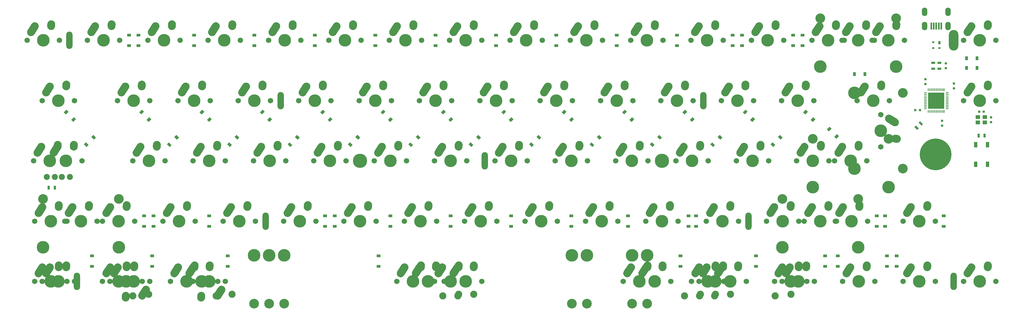
<source format=gbr>
%TF.GenerationSoftware,KiCad,Pcbnew,(5.1.10)-1*%
%TF.CreationDate,2021-07-26T00:01:35+07:00*%
%TF.ProjectId,Leopold Replacement,4c656f70-6f6c-4642-9052-65706c616365,rev?*%
%TF.SameCoordinates,Original*%
%TF.FileFunction,Soldermask,Bot*%
%TF.FilePolarity,Negative*%
%FSLAX46Y46*%
G04 Gerber Fmt 4.6, Leading zero omitted, Abs format (unit mm)*
G04 Created by KiCad (PCBNEW (5.1.10)-1) date 2021-07-26 00:01:35*
%MOMM*%
%LPD*%
G01*
G04 APERTURE LIST*
%ADD10C,2.250000*%
%ADD11C,3.987800*%
%ADD12C,1.701800*%
%ADD13C,3.048000*%
%ADD14R,0.500000X2.250000*%
%ADD15O,1.700000X2.700000*%
%ADD16R,1.200000X0.900000*%
%ADD17R,1.400000X1.200000*%
%ADD18C,4.500000*%
%ADD19R,0.700000X1.000000*%
%ADD20R,0.700000X0.600000*%
%ADD21O,2.000000X5.500000*%
%ADD22O,3.000000X6.500000*%
%ADD23C,10.000000*%
%ADD24C,1.905000*%
%ADD25R,1.100000X1.800000*%
%ADD26C,0.100000*%
%ADD27R,0.750000X0.800000*%
%ADD28R,0.800000X0.750000*%
%ADD29R,0.900000X1.200000*%
%ADD30R,0.700000X1.300000*%
%ADD31R,5.150000X5.150000*%
%ADD32R,1.300000X0.700000*%
G04 APERTURE END LIST*
D10*
%TO.C,MX95*%
X217214750Y-91045000D03*
X222214750Y-90545000D03*
%TD*%
D11*
%TO.C,MX94*%
X143574750Y-86545000D03*
D12*
X138494750Y-86545000D03*
X148654750Y-86545000D03*
G36*
G01*
X138661049Y-83302190D02*
X139869973Y-81404560D01*
G75*
G02*
X141595837Y-81021946I1054239J-671625D01*
G01*
X141595837Y-81021946D01*
G75*
G02*
X141978451Y-82747810I-671625J-1054239D01*
G01*
X140769527Y-84645440D01*
G75*
G02*
X139043663Y-85028054I-1054239J671625D01*
G01*
X139043663Y-85028054D01*
G75*
G02*
X138661049Y-83302190I671625J1054239D01*
G01*
G37*
G36*
G01*
X144827921Y-81959309D02*
X144867369Y-81380653D01*
G75*
G02*
X146199493Y-80218567I1247105J-85019D01*
G01*
X146199493Y-80218567D01*
G75*
G02*
X147361579Y-81550691I-85019J-1247105D01*
G01*
X147322131Y-82129347D01*
G75*
G02*
X145990007Y-83291433I-1247105J85019D01*
G01*
X145990007Y-83291433D01*
G75*
G02*
X144827921Y-81959309I85019J1247105D01*
G01*
G37*
D13*
X200724750Y-93530000D03*
X86424750Y-93530000D03*
D11*
X86424750Y-78290000D03*
X200724750Y-78290000D03*
%TD*%
D10*
%TO.C,MX92*%
X64934750Y-91045000D03*
X69934750Y-90545000D03*
%TD*%
%TO.C,MX90*%
X38750000Y-91045000D03*
X43750000Y-90545000D03*
%TD*%
D11*
%TO.C,MX93*%
X62782500Y-86545000D03*
D12*
X67862500Y-86545000D03*
X57702500Y-86545000D03*
G36*
G01*
X67696201Y-89787810D02*
X66487277Y-91685440D01*
G75*
G02*
X64761413Y-92068054I-1054239J671625D01*
G01*
X64761413Y-92068054D01*
G75*
G02*
X64378799Y-90342190I671625J1054239D01*
G01*
X65587723Y-88444560D01*
G75*
G02*
X67313587Y-88061946I1054239J-671625D01*
G01*
X67313587Y-88061946D01*
G75*
G02*
X67696201Y-89787810I-671625J-1054239D01*
G01*
G37*
G36*
G01*
X61529329Y-91130691D02*
X61489881Y-91709347D01*
G75*
G02*
X60157757Y-92871433I-1247105J85019D01*
G01*
X60157757Y-92871433D01*
G75*
G02*
X58995671Y-91539309I85019J1247105D01*
G01*
X59035119Y-90960653D01*
G75*
G02*
X60367243Y-89798567I1247105J-85019D01*
G01*
X60367243Y-89798567D01*
G75*
G02*
X61529329Y-91130691I-85019J-1247105D01*
G01*
G37*
%TD*%
%TO.C,MX91*%
G36*
G01*
X37766829Y-91130691D02*
X37727381Y-91709347D01*
G75*
G02*
X36395257Y-92871433I-1247105J85019D01*
G01*
X36395257Y-92871433D01*
G75*
G02*
X35233171Y-91539309I85019J1247105D01*
G01*
X35272619Y-90960653D01*
G75*
G02*
X36604743Y-89798567I1247105J-85019D01*
G01*
X36604743Y-89798567D01*
G75*
G02*
X37766829Y-91130691I-85019J-1247105D01*
G01*
G37*
G36*
G01*
X43933701Y-89787810D02*
X42724777Y-91685440D01*
G75*
G02*
X40998913Y-92068054I-1054239J671625D01*
G01*
X40998913Y-92068054D01*
G75*
G02*
X40616299Y-90342190I671625J1054239D01*
G01*
X41825223Y-88444560D01*
G75*
G02*
X43551087Y-88061946I1054239J-671625D01*
G01*
X43551087Y-88061946D01*
G75*
G02*
X43933701Y-89787810I-671625J-1054239D01*
G01*
G37*
X33940000Y-86545000D03*
X44100000Y-86545000D03*
D11*
X39020000Y-86545000D03*
%TD*%
D14*
%TO.C,J1*%
X293350000Y-6000000D03*
X292550000Y-6000000D03*
X291750000Y-6000000D03*
X290950000Y-6000000D03*
X290150000Y-6000000D03*
D15*
X288100000Y-6000000D03*
X295400000Y-6000000D03*
X295400000Y-1500000D03*
X288100000Y-1500000D03*
%TD*%
D16*
%TO.C,D44*%
X213717367Y-65885000D03*
X213717367Y-69185000D03*
%TD*%
%TO.C,D40*%
X194707367Y-65885000D03*
X194707367Y-69185000D03*
%TD*%
D11*
%TO.C,MX89*%
X243377500Y-67535000D03*
D12*
X238297500Y-67535000D03*
X248457500Y-67535000D03*
G36*
G01*
X238463799Y-64292190D02*
X239672723Y-62394560D01*
G75*
G02*
X241398587Y-62011946I1054239J-671625D01*
G01*
X241398587Y-62011946D01*
G75*
G02*
X241781201Y-63737810I-671625J-1054239D01*
G01*
X240572277Y-65635440D01*
G75*
G02*
X238846413Y-66018054I-1054239J671625D01*
G01*
X238846413Y-66018054D01*
G75*
G02*
X238463799Y-64292190I671625J1054239D01*
G01*
G37*
G36*
G01*
X244630671Y-62949309D02*
X244670119Y-62370653D01*
G75*
G02*
X246002243Y-61208567I1247105J-85019D01*
G01*
X246002243Y-61208567D01*
G75*
G02*
X247164329Y-62540691I-85019J-1247105D01*
G01*
X247124881Y-63119347D01*
G75*
G02*
X245792757Y-64281433I-1247105J85019D01*
G01*
X245792757Y-64281433D01*
G75*
G02*
X244630671Y-62949309I85019J1247105D01*
G01*
G37*
%TD*%
D17*
%TO.C,Y1*%
X307068400Y-34659200D03*
X304868400Y-34659200D03*
X304868400Y-36359200D03*
X307068400Y-36359200D03*
%TD*%
D11*
%TO.C,MX51*%
X264764000Y-48525000D03*
D12*
X259684000Y-48525000D03*
X269844000Y-48525000D03*
D13*
X252826000Y-41540000D03*
X276702000Y-41540000D03*
D11*
X252826000Y-56780000D03*
X276702000Y-56780000D03*
G36*
G01*
X259850299Y-45282190D02*
X261059223Y-43384560D01*
G75*
G02*
X262785087Y-43001946I1054239J-671625D01*
G01*
X262785087Y-43001946D01*
G75*
G02*
X263167701Y-44727810I-671625J-1054239D01*
G01*
X261958777Y-46625440D01*
G75*
G02*
X260232913Y-47008054I-1054239J671625D01*
G01*
X260232913Y-47008054D01*
G75*
G02*
X259850299Y-45282190I671625J1054239D01*
G01*
G37*
G36*
G01*
X266017171Y-43939309D02*
X266056619Y-43360653D01*
G75*
G02*
X267388743Y-42198567I1247105J-85019D01*
G01*
X267388743Y-42198567D01*
G75*
G02*
X268550829Y-43530691I-85019J-1247105D01*
G01*
X268511381Y-44109347D01*
G75*
G02*
X267179257Y-45271433I-1247105J85019D01*
G01*
X267179257Y-45271433D01*
G75*
G02*
X266017171Y-43939309I85019J1247105D01*
G01*
G37*
%TD*%
%TO.C,MX64*%
G36*
G01*
X278854691Y-40273171D02*
X279433347Y-40312619D01*
G75*
G02*
X280595433Y-41644743I-85019J-1247105D01*
G01*
X280595433Y-41644743D01*
G75*
G02*
X279263309Y-42806829I-1247105J85019D01*
G01*
X278684653Y-42767381D01*
G75*
G02*
X277522567Y-41435257I85019J1247105D01*
G01*
X277522567Y-41435257D01*
G75*
G02*
X278854691Y-40273171I1247105J-85019D01*
G01*
G37*
G36*
G01*
X277511810Y-34106299D02*
X279409440Y-35315223D01*
G75*
G02*
X279792054Y-37041087I-671625J-1054239D01*
G01*
X279792054Y-37041087D01*
G75*
G02*
X278066190Y-37423701I-1054239J671625D01*
G01*
X276168560Y-36214777D01*
G75*
G02*
X275785946Y-34488913I671625J1054239D01*
G01*
X275785946Y-34488913D01*
G75*
G02*
X277511810Y-34106299I1054239J-671625D01*
G01*
G37*
X266014000Y-50958000D03*
X266014000Y-27082000D03*
D13*
X281254000Y-50958000D03*
X281254000Y-27082000D03*
D12*
X274269000Y-44100000D03*
X274269000Y-33940000D03*
D11*
X274269000Y-39020000D03*
%TD*%
%TO.C,MX65*%
X252882000Y-48525000D03*
D12*
X247802000Y-48525000D03*
X257962000Y-48525000D03*
G36*
G01*
X247968299Y-45282190D02*
X249177223Y-43384560D01*
G75*
G02*
X250903087Y-43001946I1054239J-671625D01*
G01*
X250903087Y-43001946D01*
G75*
G02*
X251285701Y-44727810I-671625J-1054239D01*
G01*
X250076777Y-46625440D01*
G75*
G02*
X248350913Y-47008054I-1054239J671625D01*
G01*
X248350913Y-47008054D01*
G75*
G02*
X247968299Y-45282190I671625J1054239D01*
G01*
G37*
G36*
G01*
X254135171Y-43939309D02*
X254174619Y-43360653D01*
G75*
G02*
X255506743Y-42198567I1247105J-85019D01*
G01*
X255506743Y-42198567D01*
G75*
G02*
X256668829Y-43530691I-85019J-1247105D01*
G01*
X256629381Y-44109347D01*
G75*
G02*
X255297257Y-45271433I-1247105J85019D01*
G01*
X255297257Y-45271433D01*
G75*
G02*
X254135171Y-43939309I85019J1247105D01*
G01*
G37*
%TD*%
D18*
%TO.C,H16*%
X205358000Y-48525000D03*
%TD*%
%TO.C,H15*%
X110308000Y-48525000D03*
%TD*%
D19*
%TO.C,U1*%
X292750000Y-11250000D03*
D20*
X290750000Y-11050000D03*
X292750000Y-12950000D03*
X290750000Y-12950000D03*
%TD*%
D21*
%TO.C,H10*%
X21131200Y-86545000D03*
%TD*%
D22*
%TO.C,J2*%
X297210000Y-10505000D03*
%TD*%
D21*
%TO.C,H14*%
X18755000Y-10504999D03*
%TD*%
%TO.C,H13*%
X232617000Y-67535000D03*
%TD*%
%TO.C,H12*%
X297210000Y-86545000D03*
%TD*%
%TO.C,H11*%
X85290000Y-29515000D03*
%TD*%
%TO.C,H9*%
X218360000Y-29515000D03*
%TD*%
%TO.C,H8*%
X80537500Y-67535000D03*
%TD*%
%TO.C,H7*%
X149582000Y-48525000D03*
%TD*%
D23*
%TO.C,H6*%
X291577000Y-46440000D03*
%TD*%
D24*
%TO.C,D71*%
X14151200Y-53605000D03*
X11611200Y-53605000D03*
%TD*%
%TO.C,MX87*%
G36*
G01*
X13806871Y-43939309D02*
X13846319Y-43360653D01*
G75*
G02*
X15178443Y-42198567I1247105J-85019D01*
G01*
X15178443Y-42198567D01*
G75*
G02*
X16340529Y-43530691I-85019J-1247105D01*
G01*
X16301081Y-44109347D01*
G75*
G02*
X14968957Y-45271433I-1247105J85019D01*
G01*
X14968957Y-45271433D01*
G75*
G02*
X13806871Y-43939309I85019J1247105D01*
G01*
G37*
G36*
G01*
X7639999Y-45282190D02*
X8848923Y-43384560D01*
G75*
G02*
X10574787Y-43001946I1054239J-671625D01*
G01*
X10574787Y-43001946D01*
G75*
G02*
X10957401Y-44727810I-671625J-1054239D01*
G01*
X9748477Y-46625440D01*
G75*
G02*
X8022613Y-47008054I-1054239J671625D01*
G01*
X8022613Y-47008054D01*
G75*
G02*
X7639999Y-45282190I671625J1054239D01*
G01*
G37*
D12*
X17633700Y-48525000D03*
X7473700Y-48525000D03*
D11*
X12553700Y-48525000D03*
%TD*%
%TO.C,MX88*%
X15257500Y-86545000D03*
D12*
X10177500Y-86545000D03*
X20337500Y-86545000D03*
G36*
G01*
X10343799Y-83302190D02*
X11552723Y-81404560D01*
G75*
G02*
X13278587Y-81021946I1054239J-671625D01*
G01*
X13278587Y-81021946D01*
G75*
G02*
X13661201Y-82747810I-671625J-1054239D01*
G01*
X12452277Y-84645440D01*
G75*
G02*
X10726413Y-85028054I-1054239J671625D01*
G01*
X10726413Y-85028054D01*
G75*
G02*
X10343799Y-83302190I671625J1054239D01*
G01*
G37*
G36*
G01*
X16510671Y-81959309D02*
X16550119Y-81380653D01*
G75*
G02*
X17882243Y-80218567I1247105J-85019D01*
G01*
X17882243Y-80218567D01*
G75*
G02*
X19044329Y-81550691I-85019J-1247105D01*
G01*
X19004881Y-82129347D01*
G75*
G02*
X17672757Y-83291433I-1247105J85019D01*
G01*
X17672757Y-83291433D01*
G75*
G02*
X16510671Y-81959309I85019J1247105D01*
G01*
G37*
%TD*%
%TO.C,MX44*%
G36*
G01*
X206610671Y-62949309D02*
X206650119Y-62370653D01*
G75*
G02*
X207982243Y-61208567I1247105J-85019D01*
G01*
X207982243Y-61208567D01*
G75*
G02*
X209144329Y-62540691I-85019J-1247105D01*
G01*
X209104881Y-63119347D01*
G75*
G02*
X207772757Y-64281433I-1247105J85019D01*
G01*
X207772757Y-64281433D01*
G75*
G02*
X206610671Y-62949309I85019J1247105D01*
G01*
G37*
G36*
G01*
X200443799Y-64292190D02*
X201652723Y-62394560D01*
G75*
G02*
X203378587Y-62011946I1054239J-671625D01*
G01*
X203378587Y-62011946D01*
G75*
G02*
X203761201Y-63737810I-671625J-1054239D01*
G01*
X202552277Y-65635440D01*
G75*
G02*
X200826413Y-66018054I-1054239J671625D01*
G01*
X200826413Y-66018054D01*
G75*
G02*
X200443799Y-64292190I671625J1054239D01*
G01*
G37*
X210437500Y-67535000D03*
X200277500Y-67535000D03*
D11*
X205357500Y-67535000D03*
%TD*%
%TO.C,MX86*%
X138822250Y-86545000D03*
D12*
X133742250Y-86545000D03*
X143902250Y-86545000D03*
G36*
G01*
X133908549Y-83302190D02*
X135117473Y-81404560D01*
G75*
G02*
X136843337Y-81021946I1054239J-671625D01*
G01*
X136843337Y-81021946D01*
G75*
G02*
X137225951Y-82747810I-671625J-1054239D01*
G01*
X136017027Y-84645440D01*
G75*
G02*
X134291163Y-85028054I-1054239J671625D01*
G01*
X134291163Y-85028054D01*
G75*
G02*
X133908549Y-83302190I671625J1054239D01*
G01*
G37*
G36*
G01*
X140075421Y-81959309D02*
X140114869Y-81380653D01*
G75*
G02*
X141446993Y-80218567I1247105J-85019D01*
G01*
X141446993Y-80218567D01*
G75*
G02*
X142609079Y-81550691I-85019J-1247105D01*
G01*
X142569631Y-82129347D01*
G75*
G02*
X141237507Y-83291433I-1247105J85019D01*
G01*
X141237507Y-83291433D01*
G75*
G02*
X140075421Y-81959309I85019J1247105D01*
G01*
G37*
D13*
X195972250Y-93530000D03*
X81672250Y-93530000D03*
D11*
X81672250Y-78290000D03*
X195972250Y-78290000D03*
%TD*%
D10*
%TO.C,MX85*%
X141322250Y-90545000D03*
X136322250Y-91045000D03*
%TD*%
%TO.C,MX73*%
X146074750Y-90545000D03*
X141074750Y-91045000D03*
%TD*%
%TO.C,MX71*%
X217462250Y-90545000D03*
X212462250Y-91045000D03*
%TD*%
%TO.C,MX70*%
X241027750Y-91045000D03*
X246027750Y-90545000D03*
%TD*%
%TO.C,MX69*%
X226967250Y-90545000D03*
X221967250Y-91045000D03*
%TD*%
%TO.C,MX72*%
G36*
G01*
X220967921Y-81959309D02*
X221007369Y-81380653D01*
G75*
G02*
X222339493Y-80218567I1247105J-85019D01*
G01*
X222339493Y-80218567D01*
G75*
G02*
X223501579Y-81550691I-85019J-1247105D01*
G01*
X223462131Y-82129347D01*
G75*
G02*
X222130007Y-83291433I-1247105J85019D01*
G01*
X222130007Y-83291433D01*
G75*
G02*
X220967921Y-81959309I85019J1247105D01*
G01*
G37*
G36*
G01*
X214801049Y-83302190D02*
X216009973Y-81404560D01*
G75*
G02*
X217735837Y-81021946I1054239J-671625D01*
G01*
X217735837Y-81021946D01*
G75*
G02*
X218118451Y-82747810I-671625J-1054239D01*
G01*
X216909527Y-84645440D01*
G75*
G02*
X215183663Y-85028054I-1054239J671625D01*
G01*
X215183663Y-85028054D01*
G75*
G02*
X214801049Y-83302190I671625J1054239D01*
G01*
G37*
D12*
X224794750Y-86545000D03*
X214634750Y-86545000D03*
D11*
X219714750Y-86545000D03*
%TD*%
%TO.C,MX68*%
G36*
G01*
X56906871Y-81959309D02*
X56946319Y-81380653D01*
G75*
G02*
X58278443Y-80218567I1247105J-85019D01*
G01*
X58278443Y-80218567D01*
G75*
G02*
X59440529Y-81550691I-85019J-1247105D01*
G01*
X59401081Y-82129347D01*
G75*
G02*
X58068957Y-83291433I-1247105J85019D01*
G01*
X58068957Y-83291433D01*
G75*
G02*
X56906871Y-81959309I85019J1247105D01*
G01*
G37*
G36*
G01*
X50739999Y-83302190D02*
X51948923Y-81404560D01*
G75*
G02*
X53674787Y-81021946I1054239J-671625D01*
G01*
X53674787Y-81021946D01*
G75*
G02*
X54057401Y-82747810I-671625J-1054239D01*
G01*
X52848477Y-84645440D01*
G75*
G02*
X51122613Y-85028054I-1054239J671625D01*
G01*
X51122613Y-85028054D01*
G75*
G02*
X50739999Y-83302190I671625J1054239D01*
G01*
G37*
D12*
X60733700Y-86545000D03*
X50573700Y-86545000D03*
D11*
X55653700Y-86545000D03*
%TD*%
%TO.C,MX67*%
X34267500Y-86545000D03*
D12*
X29187500Y-86545000D03*
X39347500Y-86545000D03*
G36*
G01*
X29353799Y-83302190D02*
X30562723Y-81404560D01*
G75*
G02*
X32288587Y-81021946I1054239J-671625D01*
G01*
X32288587Y-81021946D01*
G75*
G02*
X32671201Y-82747810I-671625J-1054239D01*
G01*
X31462277Y-84645440D01*
G75*
G02*
X29736413Y-85028054I-1054239J671625D01*
G01*
X29736413Y-85028054D01*
G75*
G02*
X29353799Y-83302190I671625J1054239D01*
G01*
G37*
G36*
G01*
X35520671Y-81959309D02*
X35560119Y-81380653D01*
G75*
G02*
X36892243Y-80218567I1247105J-85019D01*
G01*
X36892243Y-80218567D01*
G75*
G02*
X38054329Y-81550691I-85019J-1247105D01*
G01*
X38014881Y-82129347D01*
G75*
G02*
X36682757Y-83291433I-1247105J85019D01*
G01*
X36682757Y-83291433D01*
G75*
G02*
X35520671Y-81959309I85019J1247105D01*
G01*
G37*
%TD*%
D11*
%TO.C,MX66*%
X60406200Y-86545000D03*
D12*
X55326200Y-86545000D03*
X65486200Y-86545000D03*
G36*
G01*
X55492499Y-83302190D02*
X56701423Y-81404560D01*
G75*
G02*
X58427287Y-81021946I1054239J-671625D01*
G01*
X58427287Y-81021946D01*
G75*
G02*
X58809901Y-82747810I-671625J-1054239D01*
G01*
X57600977Y-84645440D01*
G75*
G02*
X55875113Y-85028054I-1054239J671625D01*
G01*
X55875113Y-85028054D01*
G75*
G02*
X55492499Y-83302190I671625J1054239D01*
G01*
G37*
G36*
G01*
X61659371Y-81959309D02*
X61698819Y-81380653D01*
G75*
G02*
X63030943Y-80218567I1247105J-85019D01*
G01*
X63030943Y-80218567D01*
G75*
G02*
X64193029Y-81550691I-85019J-1247105D01*
G01*
X64153581Y-82129347D01*
G75*
G02*
X62821457Y-83291433I-1247105J85019D01*
G01*
X62821457Y-83291433D01*
G75*
G02*
X61659371Y-81959309I85019J1247105D01*
G01*
G37*
%TD*%
%TO.C,MX59*%
G36*
G01*
X37896921Y-81959309D02*
X37936369Y-81380653D01*
G75*
G02*
X39268493Y-80218567I1247105J-85019D01*
G01*
X39268493Y-80218567D01*
G75*
G02*
X40430579Y-81550691I-85019J-1247105D01*
G01*
X40391131Y-82129347D01*
G75*
G02*
X39059007Y-83291433I-1247105J85019D01*
G01*
X39059007Y-83291433D01*
G75*
G02*
X37896921Y-81959309I85019J1247105D01*
G01*
G37*
G36*
G01*
X31730049Y-83302190D02*
X32938973Y-81404560D01*
G75*
G02*
X34664837Y-81021946I1054239J-671625D01*
G01*
X34664837Y-81021946D01*
G75*
G02*
X35047451Y-82747810I-671625J-1054239D01*
G01*
X33838527Y-84645440D01*
G75*
G02*
X32112663Y-85028054I-1054239J671625D01*
G01*
X32112663Y-85028054D01*
G75*
G02*
X31730049Y-83302190I671625J1054239D01*
G01*
G37*
X41723750Y-86545000D03*
X31563750Y-86545000D03*
D11*
X36643750Y-86545000D03*
%TD*%
%TO.C,MX55*%
G36*
G01*
X14134371Y-81959309D02*
X14173819Y-81380653D01*
G75*
G02*
X15505943Y-80218567I1247105J-85019D01*
G01*
X15505943Y-80218567D01*
G75*
G02*
X16668029Y-81550691I-85019J-1247105D01*
G01*
X16628581Y-82129347D01*
G75*
G02*
X15296457Y-83291433I-1247105J85019D01*
G01*
X15296457Y-83291433D01*
G75*
G02*
X14134371Y-81959309I85019J1247105D01*
G01*
G37*
G36*
G01*
X7967499Y-83302190D02*
X9176423Y-81404560D01*
G75*
G02*
X10902287Y-81021946I1054239J-671625D01*
G01*
X10902287Y-81021946D01*
G75*
G02*
X11284901Y-82747810I-671625J-1054239D01*
G01*
X10075977Y-84645440D01*
G75*
G02*
X8350113Y-85028054I-1054239J671625D01*
G01*
X8350113Y-85028054D01*
G75*
G02*
X7967499Y-83302190I671625J1054239D01*
G01*
G37*
D12*
X17961200Y-86545000D03*
X7801200Y-86545000D03*
D11*
X12881200Y-86545000D03*
%TD*%
%TO.C,MX83*%
G36*
G01*
X128194171Y-81959309D02*
X128233619Y-81380653D01*
G75*
G02*
X129565743Y-80218567I1247105J-85019D01*
G01*
X129565743Y-80218567D01*
G75*
G02*
X130727829Y-81550691I-85019J-1247105D01*
G01*
X130688381Y-82129347D01*
G75*
G02*
X129356257Y-83291433I-1247105J85019D01*
G01*
X129356257Y-83291433D01*
G75*
G02*
X128194171Y-81959309I85019J1247105D01*
G01*
G37*
G36*
G01*
X122027299Y-83302190D02*
X123236223Y-81404560D01*
G75*
G02*
X124962087Y-81021946I1054239J-671625D01*
G01*
X124962087Y-81021946D01*
G75*
G02*
X125344701Y-82747810I-671625J-1054239D01*
G01*
X124135777Y-84645440D01*
G75*
G02*
X122409913Y-85028054I-1054239J671625D01*
G01*
X122409913Y-85028054D01*
G75*
G02*
X122027299Y-83302190I671625J1054239D01*
G01*
G37*
X76903000Y-78290000D03*
X176979000Y-78290000D03*
D13*
X76903000Y-93530000D03*
X176979000Y-93530000D03*
D12*
X132021000Y-86545000D03*
X121861000Y-86545000D03*
D11*
X126941000Y-86545000D03*
%TD*%
%TO.C,MX82*%
G36*
G01*
X132946671Y-81959309D02*
X132986119Y-81380653D01*
G75*
G02*
X134318243Y-80218567I1247105J-85019D01*
G01*
X134318243Y-80218567D01*
G75*
G02*
X135480329Y-81550691I-85019J-1247105D01*
G01*
X135440881Y-82129347D01*
G75*
G02*
X134108757Y-83291433I-1247105J85019D01*
G01*
X134108757Y-83291433D01*
G75*
G02*
X132946671Y-81959309I85019J1247105D01*
G01*
G37*
G36*
G01*
X126779799Y-83302190D02*
X127988723Y-81404560D01*
G75*
G02*
X129714587Y-81021946I1054239J-671625D01*
G01*
X129714587Y-81021946D01*
G75*
G02*
X130097201Y-82747810I-671625J-1054239D01*
G01*
X128888277Y-84645440D01*
G75*
G02*
X127162413Y-85028054I-1054239J671625D01*
G01*
X127162413Y-85028054D01*
G75*
G02*
X126779799Y-83302190I671625J1054239D01*
G01*
G37*
X81655500Y-78290000D03*
X181731500Y-78290000D03*
D13*
X81655500Y-93530000D03*
X181731500Y-93530000D03*
D12*
X136773500Y-86545000D03*
X126613500Y-86545000D03*
D11*
X131693500Y-86545000D03*
%TD*%
D16*
%TO.C,D70*%
X116142000Y-81787000D03*
X116142000Y-78487000D03*
%TD*%
D11*
%TO.C,MX77*%
X198279000Y-86545000D03*
D12*
X193199000Y-86545000D03*
X203359000Y-86545000D03*
G36*
G01*
X193365299Y-83302190D02*
X194574223Y-81404560D01*
G75*
G02*
X196300087Y-81021946I1054239J-671625D01*
G01*
X196300087Y-81021946D01*
G75*
G02*
X196682701Y-82747810I-671625J-1054239D01*
G01*
X195473777Y-84645440D01*
G75*
G02*
X193747913Y-85028054I-1054239J671625D01*
G01*
X193747913Y-85028054D01*
G75*
G02*
X193365299Y-83302190I671625J1054239D01*
G01*
G37*
G36*
G01*
X199532171Y-81959309D02*
X199571619Y-81380653D01*
G75*
G02*
X200903743Y-80218567I1247105J-85019D01*
G01*
X200903743Y-80218567D01*
G75*
G02*
X202065829Y-81550691I-85019J-1247105D01*
G01*
X202026381Y-82129347D01*
G75*
G02*
X200694257Y-83291433I-1247105J85019D01*
G01*
X200694257Y-83291433D01*
G75*
G02*
X199532171Y-81959309I85019J1247105D01*
G01*
G37*
%TD*%
D11*
%TO.C,MX78*%
X222091000Y-86545000D03*
D12*
X217011000Y-86545000D03*
X227171000Y-86545000D03*
G36*
G01*
X217177299Y-83302190D02*
X218386223Y-81404560D01*
G75*
G02*
X220112087Y-81021946I1054239J-671625D01*
G01*
X220112087Y-81021946D01*
G75*
G02*
X220494701Y-82747810I-671625J-1054239D01*
G01*
X219285777Y-84645440D01*
G75*
G02*
X217559913Y-85028054I-1054239J671625D01*
G01*
X217559913Y-85028054D01*
G75*
G02*
X217177299Y-83302190I671625J1054239D01*
G01*
G37*
G36*
G01*
X223344171Y-81959309D02*
X223383619Y-81380653D01*
G75*
G02*
X224715743Y-80218567I1247105J-85019D01*
G01*
X224715743Y-80218567D01*
G75*
G02*
X225877829Y-81550691I-85019J-1247105D01*
G01*
X225838381Y-82129347D01*
G75*
G02*
X224506257Y-83291433I-1247105J85019D01*
G01*
X224506257Y-83291433D01*
G75*
G02*
X223344171Y-81959309I85019J1247105D01*
G01*
G37*
%TD*%
D11*
%TO.C,MX81*%
X248280250Y-86545000D03*
D12*
X243200250Y-86545000D03*
X253360250Y-86545000D03*
G36*
G01*
X243366549Y-83302190D02*
X244575473Y-81404560D01*
G75*
G02*
X246301337Y-81021946I1054239J-671625D01*
G01*
X246301337Y-81021946D01*
G75*
G02*
X246683951Y-82747810I-671625J-1054239D01*
G01*
X245475027Y-84645440D01*
G75*
G02*
X243749163Y-85028054I-1054239J671625D01*
G01*
X243749163Y-85028054D01*
G75*
G02*
X243366549Y-83302190I671625J1054239D01*
G01*
G37*
G36*
G01*
X249533421Y-81959309D02*
X249572869Y-81380653D01*
G75*
G02*
X250904993Y-80218567I1247105J-85019D01*
G01*
X250904993Y-80218567D01*
G75*
G02*
X252067079Y-81550691I-85019J-1247105D01*
G01*
X252027631Y-82129347D01*
G75*
G02*
X250695507Y-83291433I-1247105J85019D01*
G01*
X250695507Y-83291433D01*
G75*
G02*
X249533421Y-81959309I85019J1247105D01*
G01*
G37*
%TD*%
%TO.C,MX80*%
G36*
G01*
X228096671Y-81959309D02*
X228136119Y-81380653D01*
G75*
G02*
X229468243Y-80218567I1247105J-85019D01*
G01*
X229468243Y-80218567D01*
G75*
G02*
X230630329Y-81550691I-85019J-1247105D01*
G01*
X230590881Y-82129347D01*
G75*
G02*
X229258757Y-83291433I-1247105J85019D01*
G01*
X229258757Y-83291433D01*
G75*
G02*
X228096671Y-81959309I85019J1247105D01*
G01*
G37*
G36*
G01*
X221929799Y-83302190D02*
X223138723Y-81404560D01*
G75*
G02*
X224864587Y-81021946I1054239J-671625D01*
G01*
X224864587Y-81021946D01*
G75*
G02*
X225247201Y-82747810I-671625J-1054239D01*
G01*
X224038277Y-84645440D01*
G75*
G02*
X222312413Y-85028054I-1054239J671625D01*
G01*
X222312413Y-85028054D01*
G75*
G02*
X221929799Y-83302190I671625J1054239D01*
G01*
G37*
X231923500Y-86545000D03*
X221763500Y-86545000D03*
D11*
X226843500Y-86545000D03*
%TD*%
%TO.C,MX79*%
X203031500Y-86545000D03*
D12*
X197951500Y-86545000D03*
X208111500Y-86545000D03*
G36*
G01*
X198117799Y-83302190D02*
X199326723Y-81404560D01*
G75*
G02*
X201052587Y-81021946I1054239J-671625D01*
G01*
X201052587Y-81021946D01*
G75*
G02*
X201435201Y-82747810I-671625J-1054239D01*
G01*
X200226277Y-84645440D01*
G75*
G02*
X198500413Y-85028054I-1054239J671625D01*
G01*
X198500413Y-85028054D01*
G75*
G02*
X198117799Y-83302190I671625J1054239D01*
G01*
G37*
G36*
G01*
X204284671Y-81959309D02*
X204324119Y-81380653D01*
G75*
G02*
X205656243Y-80218567I1247105J-85019D01*
G01*
X205656243Y-80218567D01*
G75*
G02*
X206818329Y-81550691I-85019J-1247105D01*
G01*
X206778881Y-82129347D01*
G75*
G02*
X205446757Y-83291433I-1247105J85019D01*
G01*
X205446757Y-83291433D01*
G75*
G02*
X204284671Y-81959309I85019J1247105D01*
G01*
G37*
%TD*%
%TO.C,MX84*%
G36*
G01*
X247157171Y-81959309D02*
X247196619Y-81380653D01*
G75*
G02*
X248528743Y-80218567I1247105J-85019D01*
G01*
X248528743Y-80218567D01*
G75*
G02*
X249690829Y-81550691I-85019J-1247105D01*
G01*
X249651381Y-82129347D01*
G75*
G02*
X248319257Y-83291433I-1247105J85019D01*
G01*
X248319257Y-83291433D01*
G75*
G02*
X247157171Y-81959309I85019J1247105D01*
G01*
G37*
G36*
G01*
X240990299Y-83302190D02*
X242199223Y-81404560D01*
G75*
G02*
X243925087Y-81021946I1054239J-671625D01*
G01*
X243925087Y-81021946D01*
G75*
G02*
X244307701Y-82747810I-671625J-1054239D01*
G01*
X243098777Y-84645440D01*
G75*
G02*
X241372913Y-85028054I-1054239J671625D01*
G01*
X241372913Y-85028054D01*
G75*
G02*
X240990299Y-83302190I671625J1054239D01*
G01*
G37*
X250984000Y-86545000D03*
X240824000Y-86545000D03*
D11*
X245904000Y-86545000D03*
%TD*%
D16*
%TO.C,D69*%
X256717000Y-81787000D03*
X256717000Y-78487000D03*
%TD*%
%TO.C,D68*%
X234954500Y-81787000D03*
X234954500Y-78487000D03*
%TD*%
%TO.C,D67*%
X211192000Y-81787000D03*
X211192000Y-78487000D03*
%TD*%
%TO.C,MX76*%
G36*
G01*
X306713171Y-81959309D02*
X306752619Y-81380653D01*
G75*
G02*
X308084743Y-80218567I1247105J-85019D01*
G01*
X308084743Y-80218567D01*
G75*
G02*
X309246829Y-81550691I-85019J-1247105D01*
G01*
X309207381Y-82129347D01*
G75*
G02*
X307875257Y-83291433I-1247105J85019D01*
G01*
X307875257Y-83291433D01*
G75*
G02*
X306713171Y-81959309I85019J1247105D01*
G01*
G37*
G36*
G01*
X300546299Y-83302190D02*
X301755223Y-81404560D01*
G75*
G02*
X303481087Y-81021946I1054239J-671625D01*
G01*
X303481087Y-81021946D01*
G75*
G02*
X303863701Y-82747810I-671625J-1054239D01*
G01*
X302654777Y-84645440D01*
G75*
G02*
X300928913Y-85028054I-1054239J671625D01*
G01*
X300928913Y-85028054D01*
G75*
G02*
X300546299Y-83302190I671625J1054239D01*
G01*
G37*
D12*
X310540000Y-86545000D03*
X300380000Y-86545000D03*
D11*
X305460000Y-86545000D03*
%TD*%
%TO.C,MX75*%
G36*
G01*
X287653171Y-81959309D02*
X287692619Y-81380653D01*
G75*
G02*
X289024743Y-80218567I1247105J-85019D01*
G01*
X289024743Y-80218567D01*
G75*
G02*
X290186829Y-81550691I-85019J-1247105D01*
G01*
X290147381Y-82129347D01*
G75*
G02*
X288815257Y-83291433I-1247105J85019D01*
G01*
X288815257Y-83291433D01*
G75*
G02*
X287653171Y-81959309I85019J1247105D01*
G01*
G37*
G36*
G01*
X281486299Y-83302190D02*
X282695223Y-81404560D01*
G75*
G02*
X284421087Y-81021946I1054239J-671625D01*
G01*
X284421087Y-81021946D01*
G75*
G02*
X284803701Y-82747810I-671625J-1054239D01*
G01*
X283594777Y-84645440D01*
G75*
G02*
X281868913Y-85028054I-1054239J671625D01*
G01*
X281868913Y-85028054D01*
G75*
G02*
X281486299Y-83302190I671625J1054239D01*
G01*
G37*
D12*
X291480000Y-86545000D03*
X281320000Y-86545000D03*
D11*
X286400000Y-86545000D03*
%TD*%
%TO.C,MX74*%
G36*
G01*
X268593170Y-81959309D02*
X268632618Y-81380653D01*
G75*
G02*
X269964742Y-80218567I1247105J-85019D01*
G01*
X269964742Y-80218567D01*
G75*
G02*
X271126828Y-81550691I-85019J-1247105D01*
G01*
X271087380Y-82129347D01*
G75*
G02*
X269755256Y-83291433I-1247105J85019D01*
G01*
X269755256Y-83291433D01*
G75*
G02*
X268593170Y-81959309I85019J1247105D01*
G01*
G37*
G36*
G01*
X262426298Y-83302190D02*
X263635222Y-81404560D01*
G75*
G02*
X265361086Y-81021946I1054239J-671625D01*
G01*
X265361086Y-81021946D01*
G75*
G02*
X265743700Y-82747810I-671625J-1054239D01*
G01*
X264534776Y-84645440D01*
G75*
G02*
X262808912Y-85028054I-1054239J671625D01*
G01*
X262808912Y-85028054D01*
G75*
G02*
X262426298Y-83302190I671625J1054239D01*
G01*
G37*
D12*
X272419999Y-86545000D03*
X262259999Y-86545000D03*
D11*
X267339999Y-86545000D03*
%TD*%
D16*
%TO.C,D66*%
X276227000Y-81787000D03*
X276227000Y-78487000D03*
%TD*%
%TO.C,D65*%
X279227000Y-81787000D03*
X279227000Y-78487000D03*
%TD*%
%TO.C,D64*%
X260717000Y-81787000D03*
X260717000Y-78487000D03*
%TD*%
%TO.C,D63*%
X68617000Y-81787000D03*
X68617000Y-78487000D03*
%TD*%
%TO.C,D60*%
X44854500Y-81787000D03*
X44854500Y-78487000D03*
%TD*%
%TO.C,D59*%
X25844500Y-81787000D03*
X25844500Y-78487000D03*
%TD*%
D25*
%TO.C,SW1*%
X307850000Y-43400000D03*
X304150000Y-49600000D03*
X304150000Y-43400000D03*
X307850000Y-49600000D03*
%TD*%
D26*
%TO.C,D3*%
G36*
X23964908Y-42612597D02*
G01*
X24813436Y-43461125D01*
X24177040Y-44097521D01*
X23328512Y-43248993D01*
X23964908Y-42612597D01*
G37*
G36*
X26298360Y-40279145D02*
G01*
X27146888Y-41127673D01*
X26510492Y-41764069D01*
X25661964Y-40915541D01*
X26298360Y-40279145D01*
G37*
%TD*%
D16*
%TO.C,D24*%
X119812500Y-65885000D03*
X119812500Y-69185000D03*
%TD*%
D26*
%TO.C,D23*%
G36*
X126143708Y-42612597D02*
G01*
X126992236Y-43461125D01*
X126355840Y-44097521D01*
X125507312Y-43248993D01*
X126143708Y-42612597D01*
G37*
G36*
X128477160Y-40279145D02*
G01*
X129325688Y-41127673D01*
X128689292Y-41764069D01*
X127840764Y-40915541D01*
X128477160Y-40279145D01*
G37*
%TD*%
%TO.C,D35*%
G36*
X183173708Y-42612597D02*
G01*
X184022236Y-43461125D01*
X183385840Y-44097521D01*
X182537312Y-43248993D01*
X183173708Y-42612597D01*
G37*
G36*
X185507160Y-40279145D02*
G01*
X186355688Y-41127673D01*
X185719292Y-41764069D01*
X184870764Y-40915541D01*
X185507160Y-40279145D01*
G37*
%TD*%
%TO.C,D27*%
G36*
X145153708Y-42612597D02*
G01*
X146002236Y-43461125D01*
X145365840Y-44097521D01*
X144517312Y-43248993D01*
X145153708Y-42612597D01*
G37*
G36*
X147487160Y-40279145D02*
G01*
X148335688Y-41127673D01*
X147699292Y-41764069D01*
X146850764Y-40915541D01*
X147487160Y-40279145D01*
G37*
%TD*%
D16*
%TO.C,D20*%
X99302500Y-65885000D03*
X99302500Y-69185000D03*
%TD*%
%TO.C,D28*%
X138822500Y-65885000D03*
X138822500Y-69185000D03*
%TD*%
%TO.C,D12*%
X62782500Y-65885000D03*
X62782500Y-69185000D03*
%TD*%
D26*
%TO.C,D11*%
G36*
X69113708Y-42612597D02*
G01*
X69962236Y-43461125D01*
X69325840Y-44097521D01*
X68477312Y-43248993D01*
X69113708Y-42612597D01*
G37*
G36*
X71447160Y-40279145D02*
G01*
X72295688Y-41127673D01*
X71659292Y-41764069D01*
X70810764Y-40915541D01*
X71447160Y-40279145D01*
G37*
%TD*%
D16*
%TO.C,D16*%
X102302500Y-65885000D03*
X102302500Y-69185000D03*
%TD*%
%TO.C,D4*%
X45272500Y-65885000D03*
X45272500Y-69185000D03*
%TD*%
%TO.C,D8*%
X42272500Y-65885000D03*
X42272500Y-69185000D03*
%TD*%
D26*
%TO.C,D7*%
G36*
X50103708Y-42612597D02*
G01*
X50952236Y-43461125D01*
X50315840Y-44097521D01*
X49467312Y-43248993D01*
X50103708Y-42612597D01*
G37*
G36*
X52437160Y-40279145D02*
G01*
X53285688Y-41127673D01*
X52649292Y-41764069D01*
X51800764Y-40915541D01*
X52437160Y-40279145D01*
G37*
%TD*%
%TO.C,D15*%
G36*
X90457160Y-40279145D02*
G01*
X91305688Y-41127673D01*
X90669292Y-41764069D01*
X89820764Y-40915541D01*
X90457160Y-40279145D01*
G37*
G36*
X88123708Y-42612597D02*
G01*
X88972236Y-43461125D01*
X88335840Y-44097521D01*
X87487312Y-43248993D01*
X88123708Y-42612597D01*
G37*
%TD*%
%TO.C,D19*%
G36*
X107133708Y-42612597D02*
G01*
X107982236Y-43461125D01*
X107345840Y-44097521D01*
X106497312Y-43248993D01*
X107133708Y-42612597D01*
G37*
G36*
X109467160Y-40279145D02*
G01*
X110315688Y-41127673D01*
X109679292Y-41764069D01*
X108830764Y-40915541D01*
X109467160Y-40279145D01*
G37*
%TD*%
%TO.C,D31*%
G36*
X164163708Y-42612597D02*
G01*
X165012236Y-43461125D01*
X164375840Y-44097521D01*
X163527312Y-43248993D01*
X164163708Y-42612597D01*
G37*
G36*
X166497160Y-40279145D02*
G01*
X167345688Y-41127673D01*
X166709292Y-41764069D01*
X165860764Y-40915541D01*
X166497160Y-40279145D01*
G37*
%TD*%
D16*
%TO.C,D36*%
X176842500Y-65885000D03*
X176842500Y-69185000D03*
%TD*%
D26*
%TO.C,D39*%
G36*
X202183708Y-42612597D02*
G01*
X203032236Y-43461125D01*
X202395840Y-44097521D01*
X201547312Y-43248993D01*
X202183708Y-42612597D01*
G37*
G36*
X204517160Y-40279145D02*
G01*
X205365688Y-41127673D01*
X204729292Y-41764069D01*
X203880764Y-40915541D01*
X204517160Y-40279145D01*
G37*
%TD*%
D16*
%TO.C,D32*%
X157832500Y-65885000D03*
X157832500Y-69185000D03*
%TD*%
%TO.C,D58*%
X273018750Y-69185000D03*
X273018750Y-65885000D03*
%TD*%
%TO.C,D52*%
X275629919Y-65885000D03*
X275629919Y-69185000D03*
%TD*%
D26*
%TO.C,D43*%
G36*
X221193708Y-42612597D02*
G01*
X222042236Y-43461125D01*
X221405840Y-44097521D01*
X220557312Y-43248993D01*
X221193708Y-42612597D01*
G37*
G36*
X223527160Y-40279145D02*
G01*
X224375688Y-41127673D01*
X223739292Y-41764069D01*
X222890764Y-40915541D01*
X223527160Y-40279145D01*
G37*
%TD*%
%TO.C,D47*%
G36*
X240203708Y-42612597D02*
G01*
X241052236Y-43461125D01*
X240415840Y-44097521D01*
X239567312Y-43248993D01*
X240203708Y-42612597D01*
G37*
G36*
X242537160Y-40279145D02*
G01*
X243385688Y-41127673D01*
X242749292Y-41764069D01*
X241900764Y-40915541D01*
X242537160Y-40279145D01*
G37*
%TD*%
D16*
%TO.C,D48*%
X216098619Y-65885000D03*
X216098619Y-69185000D03*
%TD*%
D26*
%TO.C,D51*%
G36*
X259605864Y-40896792D02*
G01*
X260454392Y-40048264D01*
X261090788Y-40684660D01*
X260242260Y-41533188D01*
X259605864Y-40896792D01*
G37*
G36*
X257272412Y-38563340D02*
G01*
X258120940Y-37714812D01*
X258757336Y-38351208D01*
X257908808Y-39199736D01*
X257272412Y-38563340D01*
G37*
%TD*%
D16*
%TO.C,D56*%
X294084622Y-69185000D03*
X294084622Y-65885000D03*
%TD*%
D27*
%TO.C,C2*%
X308968400Y-34759200D03*
X308968400Y-36259200D03*
%TD*%
D28*
%TO.C,C3*%
X306718400Y-33009200D03*
X305218400Y-33009200D03*
%TD*%
D26*
%TO.C,D42*%
G36*
X213306688Y-32994708D02*
G01*
X212458160Y-33843236D01*
X211821764Y-33206840D01*
X212670292Y-32358312D01*
X213306688Y-32994708D01*
G37*
G36*
X215640140Y-35328160D02*
G01*
X214791612Y-36176688D01*
X214155216Y-35540292D01*
X215003744Y-34691764D01*
X215640140Y-35328160D01*
G37*
%TD*%
%TO.C,D14*%
G36*
X80236688Y-32994708D02*
G01*
X79388160Y-33843236D01*
X78751764Y-33206840D01*
X79600292Y-32358312D01*
X80236688Y-32994708D01*
G37*
G36*
X82570140Y-35328160D02*
G01*
X81721612Y-36176688D01*
X81085216Y-35540292D01*
X81933744Y-34691764D01*
X82570140Y-35328160D01*
G37*
%TD*%
%TO.C,D26*%
G36*
X137266688Y-32994708D02*
G01*
X136418160Y-33843236D01*
X135781764Y-33206840D01*
X136630292Y-32358312D01*
X137266688Y-32994708D01*
G37*
G36*
X139600140Y-35328160D02*
G01*
X138751612Y-36176688D01*
X138115216Y-35540292D01*
X138963744Y-34691764D01*
X139600140Y-35328160D01*
G37*
%TD*%
%TO.C,D22*%
G36*
X118256688Y-32994708D02*
G01*
X117408160Y-33843236D01*
X116771764Y-33206840D01*
X117620292Y-32358312D01*
X118256688Y-32994708D01*
G37*
G36*
X120590140Y-35328160D02*
G01*
X119741612Y-36176688D01*
X119105216Y-35540292D01*
X119953744Y-34691764D01*
X120590140Y-35328160D01*
G37*
%TD*%
%TO.C,D10*%
G36*
X61226688Y-32994708D02*
G01*
X60378160Y-33843236D01*
X59741764Y-33206840D01*
X60590292Y-32358312D01*
X61226688Y-32994708D01*
G37*
G36*
X63560140Y-35328160D02*
G01*
X62711612Y-36176688D01*
X62075216Y-35540292D01*
X62923744Y-34691764D01*
X63560140Y-35328160D01*
G37*
%TD*%
%TO.C,D6*%
G36*
X42216688Y-32994708D02*
G01*
X41368160Y-33843236D01*
X40731764Y-33206840D01*
X41580292Y-32358312D01*
X42216688Y-32994708D01*
G37*
G36*
X44550140Y-35328160D02*
G01*
X43701612Y-36176688D01*
X43065216Y-35540292D01*
X43913744Y-34691764D01*
X44550140Y-35328160D01*
G37*
%TD*%
%TO.C,D18*%
G36*
X99246688Y-32994708D02*
G01*
X98398160Y-33843236D01*
X97761764Y-33206840D01*
X98610292Y-32358312D01*
X99246688Y-32994708D01*
G37*
G36*
X101580140Y-35328160D02*
G01*
X100731612Y-36176688D01*
X100095216Y-35540292D01*
X100943744Y-34691764D01*
X101580140Y-35328160D01*
G37*
%TD*%
%TO.C,D2*%
G36*
X18454188Y-32994708D02*
G01*
X17605660Y-33843236D01*
X16969264Y-33206840D01*
X17817792Y-32358312D01*
X18454188Y-32994708D01*
G37*
G36*
X20787640Y-35328160D02*
G01*
X19939112Y-36176688D01*
X19302716Y-35540292D01*
X20151244Y-34691764D01*
X20787640Y-35328160D01*
G37*
%TD*%
%TO.C,D34*%
G36*
X175286688Y-32994708D02*
G01*
X174438160Y-33843236D01*
X173801764Y-33206840D01*
X174650292Y-32358312D01*
X175286688Y-32994708D01*
G37*
G36*
X177620140Y-35328160D02*
G01*
X176771612Y-36176688D01*
X176135216Y-35540292D01*
X176983744Y-34691764D01*
X177620140Y-35328160D01*
G37*
%TD*%
%TO.C,D30*%
G36*
X156276688Y-32994708D02*
G01*
X155428160Y-33843236D01*
X154791764Y-33206840D01*
X155640292Y-32358312D01*
X156276688Y-32994708D01*
G37*
G36*
X158610140Y-35328160D02*
G01*
X157761612Y-36176688D01*
X157125216Y-35540292D01*
X157973744Y-34691764D01*
X158610140Y-35328160D01*
G37*
%TD*%
%TO.C,D38*%
G36*
X194296688Y-32994708D02*
G01*
X193448160Y-33843236D01*
X192811764Y-33206840D01*
X193660292Y-32358312D01*
X194296688Y-32994708D01*
G37*
G36*
X196630140Y-35328160D02*
G01*
X195781612Y-36176688D01*
X195145216Y-35540292D01*
X195993744Y-34691764D01*
X196630140Y-35328160D01*
G37*
%TD*%
%TO.C,D50*%
G36*
X251326688Y-32994708D02*
G01*
X250478160Y-33843236D01*
X249841764Y-33206840D01*
X250690292Y-32358312D01*
X251326688Y-32994708D01*
G37*
G36*
X253660140Y-35328160D02*
G01*
X252811612Y-36176688D01*
X252175216Y-35540292D01*
X253023744Y-34691764D01*
X253660140Y-35328160D01*
G37*
%TD*%
D29*
%TO.C,D62*%
X304545000Y-19177000D03*
X301245000Y-19177000D03*
%TD*%
%TO.C,D54*%
X269264400Y-21132800D03*
X265964400Y-21132800D03*
%TD*%
D26*
%TO.C,D46*%
G36*
X232316688Y-32994708D02*
G01*
X231468160Y-33843236D01*
X230831764Y-33206840D01*
X231680292Y-32358312D01*
X232316688Y-32994708D01*
G37*
G36*
X234650140Y-35328160D02*
G01*
X233801612Y-36176688D01*
X233165216Y-35540292D01*
X234013744Y-34691764D01*
X234650140Y-35328160D01*
G37*
%TD*%
D11*
%TO.C,MX49*%
X238625000Y-10505000D03*
D12*
X233545000Y-10505000D03*
X243705000Y-10505000D03*
G36*
G01*
X233711299Y-7262190D02*
X234920223Y-5364560D01*
G75*
G02*
X236646087Y-4981946I1054239J-671625D01*
G01*
X236646087Y-4981946D01*
G75*
G02*
X237028701Y-6707810I-671625J-1054239D01*
G01*
X235819777Y-8605440D01*
G75*
G02*
X234093913Y-8988054I-1054239J671625D01*
G01*
X234093913Y-8988054D01*
G75*
G02*
X233711299Y-7262190I671625J1054239D01*
G01*
G37*
G36*
G01*
X239878171Y-5919309D02*
X239917619Y-5340653D01*
G75*
G02*
X241249743Y-4178567I1247105J-85019D01*
G01*
X241249743Y-4178567D01*
G75*
G02*
X242411829Y-5510691I-85019J-1247105D01*
G01*
X242372381Y-6089347D01*
G75*
G02*
X241040257Y-7251433I-1247105J85019D01*
G01*
X241040257Y-7251433D01*
G75*
G02*
X239878171Y-5919309I85019J1247105D01*
G01*
G37*
%TD*%
%TO.C,MX50*%
G36*
G01*
X249383171Y-24929309D02*
X249422619Y-24350653D01*
G75*
G02*
X250754743Y-23188567I1247105J-85019D01*
G01*
X250754743Y-23188567D01*
G75*
G02*
X251916829Y-24520691I-85019J-1247105D01*
G01*
X251877381Y-25099347D01*
G75*
G02*
X250545257Y-26261433I-1247105J85019D01*
G01*
X250545257Y-26261433D01*
G75*
G02*
X249383171Y-24929309I85019J1247105D01*
G01*
G37*
G36*
G01*
X243216299Y-26272190D02*
X244425223Y-24374560D01*
G75*
G02*
X246151087Y-23991946I1054239J-671625D01*
G01*
X246151087Y-23991946D01*
G75*
G02*
X246533701Y-25717810I-671625J-1054239D01*
G01*
X245324777Y-27615440D01*
G75*
G02*
X243598913Y-27998054I-1054239J671625D01*
G01*
X243598913Y-27998054D01*
G75*
G02*
X243216299Y-26272190I671625J1054239D01*
G01*
G37*
X253210000Y-29515000D03*
X243050000Y-29515000D03*
D11*
X248130000Y-29515000D03*
%TD*%
%TO.C,MX62*%
G36*
G01*
X306713171Y-24929309D02*
X306752619Y-24350653D01*
G75*
G02*
X308084743Y-23188567I1247105J-85019D01*
G01*
X308084743Y-23188567D01*
G75*
G02*
X309246829Y-24520691I-85019J-1247105D01*
G01*
X309207381Y-25099347D01*
G75*
G02*
X307875257Y-26261433I-1247105J85019D01*
G01*
X307875257Y-26261433D01*
G75*
G02*
X306713171Y-24929309I85019J1247105D01*
G01*
G37*
G36*
G01*
X300546299Y-26272190D02*
X301755223Y-24374560D01*
G75*
G02*
X303481087Y-23991946I1054239J-671625D01*
G01*
X303481087Y-23991946D01*
G75*
G02*
X303863701Y-25717810I-671625J-1054239D01*
G01*
X302654777Y-27615440D01*
G75*
G02*
X300928913Y-27998054I-1054239J671625D01*
G01*
X300928913Y-27998054D01*
G75*
G02*
X300546299Y-26272190I671625J1054239D01*
G01*
G37*
D12*
X310540000Y-29515000D03*
X300380000Y-29515000D03*
D11*
X305460000Y-29515000D03*
%TD*%
D24*
%TO.C,D55*%
X18903700Y-53605000D03*
X16363700Y-53605000D03*
%TD*%
D30*
%TO.C,R8*%
X12258000Y-56959500D03*
X14158000Y-56959500D03*
%TD*%
%TO.C,MX54*%
G36*
G01*
X273145171Y-24929309D02*
X273184619Y-24350653D01*
G75*
G02*
X274516743Y-23188567I1247105J-85019D01*
G01*
X274516743Y-23188567D01*
G75*
G02*
X275678829Y-24520691I-85019J-1247105D01*
G01*
X275639381Y-25099347D01*
G75*
G02*
X274307257Y-26261433I-1247105J85019D01*
G01*
X274307257Y-26261433D01*
G75*
G02*
X273145171Y-24929309I85019J1247105D01*
G01*
G37*
G36*
G01*
X266978299Y-26272190D02*
X268187223Y-24374560D01*
G75*
G02*
X269913087Y-23991946I1054239J-671625D01*
G01*
X269913087Y-23991946D01*
G75*
G02*
X270295701Y-25717810I-671625J-1054239D01*
G01*
X269086777Y-27615440D01*
G75*
G02*
X267360913Y-27998054I-1054239J671625D01*
G01*
X267360913Y-27998054D01*
G75*
G02*
X266978299Y-26272190I671625J1054239D01*
G01*
G37*
D12*
X276972000Y-29515000D03*
X266812000Y-29515000D03*
D11*
X271892000Y-29515000D03*
%TD*%
%TO.C,MX63*%
X267140000Y-10505000D03*
D12*
X262060000Y-10505000D03*
X272220000Y-10505000D03*
D13*
X255202000Y-3520000D03*
X279078000Y-3520000D03*
D11*
X255202000Y-18760000D03*
X279078000Y-18760000D03*
G36*
G01*
X262226299Y-7262190D02*
X263435223Y-5364560D01*
G75*
G02*
X265161087Y-4981946I1054239J-671625D01*
G01*
X265161087Y-4981946D01*
G75*
G02*
X265543701Y-6707810I-671625J-1054239D01*
G01*
X264334777Y-8605440D01*
G75*
G02*
X262608913Y-8988054I-1054239J671625D01*
G01*
X262608913Y-8988054D01*
G75*
G02*
X262226299Y-7262190I671625J1054239D01*
G01*
G37*
G36*
G01*
X268393171Y-5919309D02*
X268432619Y-5340653D01*
G75*
G02*
X269764743Y-4178567I1247105J-85019D01*
G01*
X269764743Y-4178567D01*
G75*
G02*
X270926829Y-5510691I-85019J-1247105D01*
G01*
X270887381Y-6089347D01*
G75*
G02*
X269555257Y-7251433I-1247105J85019D01*
G01*
X269555257Y-7251433D01*
G75*
G02*
X268393171Y-5919309I85019J1247105D01*
G01*
G37*
%TD*%
D31*
%TO.C,U2*%
X291750000Y-29500000D03*
G36*
G01*
X287937500Y-26875000D02*
X288687500Y-26875000D01*
G75*
G02*
X288750000Y-26937500I0J-62500D01*
G01*
X288750000Y-27062500D01*
G75*
G02*
X288687500Y-27125000I-62500J0D01*
G01*
X287937500Y-27125000D01*
G75*
G02*
X287875000Y-27062500I0J62500D01*
G01*
X287875000Y-26937500D01*
G75*
G02*
X287937500Y-26875000I62500J0D01*
G01*
G37*
G36*
G01*
X287937500Y-27375000D02*
X288687500Y-27375000D01*
G75*
G02*
X288750000Y-27437500I0J-62500D01*
G01*
X288750000Y-27562500D01*
G75*
G02*
X288687500Y-27625000I-62500J0D01*
G01*
X287937500Y-27625000D01*
G75*
G02*
X287875000Y-27562500I0J62500D01*
G01*
X287875000Y-27437500D01*
G75*
G02*
X287937500Y-27375000I62500J0D01*
G01*
G37*
G36*
G01*
X287937500Y-27875000D02*
X288687500Y-27875000D01*
G75*
G02*
X288750000Y-27937500I0J-62500D01*
G01*
X288750000Y-28062500D01*
G75*
G02*
X288687500Y-28125000I-62500J0D01*
G01*
X287937500Y-28125000D01*
G75*
G02*
X287875000Y-28062500I0J62500D01*
G01*
X287875000Y-27937500D01*
G75*
G02*
X287937500Y-27875000I62500J0D01*
G01*
G37*
G36*
G01*
X287937500Y-28375000D02*
X288687500Y-28375000D01*
G75*
G02*
X288750000Y-28437500I0J-62500D01*
G01*
X288750000Y-28562500D01*
G75*
G02*
X288687500Y-28625000I-62500J0D01*
G01*
X287937500Y-28625000D01*
G75*
G02*
X287875000Y-28562500I0J62500D01*
G01*
X287875000Y-28437500D01*
G75*
G02*
X287937500Y-28375000I62500J0D01*
G01*
G37*
G36*
G01*
X287937500Y-28875000D02*
X288687500Y-28875000D01*
G75*
G02*
X288750000Y-28937500I0J-62500D01*
G01*
X288750000Y-29062500D01*
G75*
G02*
X288687500Y-29125000I-62500J0D01*
G01*
X287937500Y-29125000D01*
G75*
G02*
X287875000Y-29062500I0J62500D01*
G01*
X287875000Y-28937500D01*
G75*
G02*
X287937500Y-28875000I62500J0D01*
G01*
G37*
G36*
G01*
X287937500Y-29375000D02*
X288687500Y-29375000D01*
G75*
G02*
X288750000Y-29437500I0J-62500D01*
G01*
X288750000Y-29562500D01*
G75*
G02*
X288687500Y-29625000I-62500J0D01*
G01*
X287937500Y-29625000D01*
G75*
G02*
X287875000Y-29562500I0J62500D01*
G01*
X287875000Y-29437500D01*
G75*
G02*
X287937500Y-29375000I62500J0D01*
G01*
G37*
G36*
G01*
X287937500Y-29875000D02*
X288687500Y-29875000D01*
G75*
G02*
X288750000Y-29937500I0J-62500D01*
G01*
X288750000Y-30062500D01*
G75*
G02*
X288687500Y-30125000I-62500J0D01*
G01*
X287937500Y-30125000D01*
G75*
G02*
X287875000Y-30062500I0J62500D01*
G01*
X287875000Y-29937500D01*
G75*
G02*
X287937500Y-29875000I62500J0D01*
G01*
G37*
G36*
G01*
X287937500Y-30375000D02*
X288687500Y-30375000D01*
G75*
G02*
X288750000Y-30437500I0J-62500D01*
G01*
X288750000Y-30562500D01*
G75*
G02*
X288687500Y-30625000I-62500J0D01*
G01*
X287937500Y-30625000D01*
G75*
G02*
X287875000Y-30562500I0J62500D01*
G01*
X287875000Y-30437500D01*
G75*
G02*
X287937500Y-30375000I62500J0D01*
G01*
G37*
G36*
G01*
X287937500Y-30875000D02*
X288687500Y-30875000D01*
G75*
G02*
X288750000Y-30937500I0J-62500D01*
G01*
X288750000Y-31062500D01*
G75*
G02*
X288687500Y-31125000I-62500J0D01*
G01*
X287937500Y-31125000D01*
G75*
G02*
X287875000Y-31062500I0J62500D01*
G01*
X287875000Y-30937500D01*
G75*
G02*
X287937500Y-30875000I62500J0D01*
G01*
G37*
G36*
G01*
X287937500Y-31375000D02*
X288687500Y-31375000D01*
G75*
G02*
X288750000Y-31437500I0J-62500D01*
G01*
X288750000Y-31562500D01*
G75*
G02*
X288687500Y-31625000I-62500J0D01*
G01*
X287937500Y-31625000D01*
G75*
G02*
X287875000Y-31562500I0J62500D01*
G01*
X287875000Y-31437500D01*
G75*
G02*
X287937500Y-31375000I62500J0D01*
G01*
G37*
G36*
G01*
X287937500Y-31875000D02*
X288687500Y-31875000D01*
G75*
G02*
X288750000Y-31937500I0J-62500D01*
G01*
X288750000Y-32062500D01*
G75*
G02*
X288687500Y-32125000I-62500J0D01*
G01*
X287937500Y-32125000D01*
G75*
G02*
X287875000Y-32062500I0J62500D01*
G01*
X287875000Y-31937500D01*
G75*
G02*
X287937500Y-31875000I62500J0D01*
G01*
G37*
G36*
G01*
X289187500Y-32500000D02*
X289312500Y-32500000D01*
G75*
G02*
X289375000Y-32562500I0J-62500D01*
G01*
X289375000Y-33312500D01*
G75*
G02*
X289312500Y-33375000I-62500J0D01*
G01*
X289187500Y-33375000D01*
G75*
G02*
X289125000Y-33312500I0J62500D01*
G01*
X289125000Y-32562500D01*
G75*
G02*
X289187500Y-32500000I62500J0D01*
G01*
G37*
G36*
G01*
X289687500Y-32500000D02*
X289812500Y-32500000D01*
G75*
G02*
X289875000Y-32562500I0J-62500D01*
G01*
X289875000Y-33312500D01*
G75*
G02*
X289812500Y-33375000I-62500J0D01*
G01*
X289687500Y-33375000D01*
G75*
G02*
X289625000Y-33312500I0J62500D01*
G01*
X289625000Y-32562500D01*
G75*
G02*
X289687500Y-32500000I62500J0D01*
G01*
G37*
G36*
G01*
X290187500Y-32500000D02*
X290312500Y-32500000D01*
G75*
G02*
X290375000Y-32562500I0J-62500D01*
G01*
X290375000Y-33312500D01*
G75*
G02*
X290312500Y-33375000I-62500J0D01*
G01*
X290187500Y-33375000D01*
G75*
G02*
X290125000Y-33312500I0J62500D01*
G01*
X290125000Y-32562500D01*
G75*
G02*
X290187500Y-32500000I62500J0D01*
G01*
G37*
G36*
G01*
X290687500Y-32500000D02*
X290812500Y-32500000D01*
G75*
G02*
X290875000Y-32562500I0J-62500D01*
G01*
X290875000Y-33312500D01*
G75*
G02*
X290812500Y-33375000I-62500J0D01*
G01*
X290687500Y-33375000D01*
G75*
G02*
X290625000Y-33312500I0J62500D01*
G01*
X290625000Y-32562500D01*
G75*
G02*
X290687500Y-32500000I62500J0D01*
G01*
G37*
G36*
G01*
X291187500Y-32500000D02*
X291312500Y-32500000D01*
G75*
G02*
X291375000Y-32562500I0J-62500D01*
G01*
X291375000Y-33312500D01*
G75*
G02*
X291312500Y-33375000I-62500J0D01*
G01*
X291187500Y-33375000D01*
G75*
G02*
X291125000Y-33312500I0J62500D01*
G01*
X291125000Y-32562500D01*
G75*
G02*
X291187500Y-32500000I62500J0D01*
G01*
G37*
G36*
G01*
X291687500Y-32500000D02*
X291812500Y-32500000D01*
G75*
G02*
X291875000Y-32562500I0J-62500D01*
G01*
X291875000Y-33312500D01*
G75*
G02*
X291812500Y-33375000I-62500J0D01*
G01*
X291687500Y-33375000D01*
G75*
G02*
X291625000Y-33312500I0J62500D01*
G01*
X291625000Y-32562500D01*
G75*
G02*
X291687500Y-32500000I62500J0D01*
G01*
G37*
G36*
G01*
X292187500Y-32500000D02*
X292312500Y-32500000D01*
G75*
G02*
X292375000Y-32562500I0J-62500D01*
G01*
X292375000Y-33312500D01*
G75*
G02*
X292312500Y-33375000I-62500J0D01*
G01*
X292187500Y-33375000D01*
G75*
G02*
X292125000Y-33312500I0J62500D01*
G01*
X292125000Y-32562500D01*
G75*
G02*
X292187500Y-32500000I62500J0D01*
G01*
G37*
G36*
G01*
X292687500Y-32500000D02*
X292812500Y-32500000D01*
G75*
G02*
X292875000Y-32562500I0J-62500D01*
G01*
X292875000Y-33312500D01*
G75*
G02*
X292812500Y-33375000I-62500J0D01*
G01*
X292687500Y-33375000D01*
G75*
G02*
X292625000Y-33312500I0J62500D01*
G01*
X292625000Y-32562500D01*
G75*
G02*
X292687500Y-32500000I62500J0D01*
G01*
G37*
G36*
G01*
X293187500Y-32500000D02*
X293312500Y-32500000D01*
G75*
G02*
X293375000Y-32562500I0J-62500D01*
G01*
X293375000Y-33312500D01*
G75*
G02*
X293312500Y-33375000I-62500J0D01*
G01*
X293187500Y-33375000D01*
G75*
G02*
X293125000Y-33312500I0J62500D01*
G01*
X293125000Y-32562500D01*
G75*
G02*
X293187500Y-32500000I62500J0D01*
G01*
G37*
G36*
G01*
X293687500Y-32500000D02*
X293812500Y-32500000D01*
G75*
G02*
X293875000Y-32562500I0J-62500D01*
G01*
X293875000Y-33312500D01*
G75*
G02*
X293812500Y-33375000I-62500J0D01*
G01*
X293687500Y-33375000D01*
G75*
G02*
X293625000Y-33312500I0J62500D01*
G01*
X293625000Y-32562500D01*
G75*
G02*
X293687500Y-32500000I62500J0D01*
G01*
G37*
G36*
G01*
X294187500Y-32500000D02*
X294312500Y-32500000D01*
G75*
G02*
X294375000Y-32562500I0J-62500D01*
G01*
X294375000Y-33312500D01*
G75*
G02*
X294312500Y-33375000I-62500J0D01*
G01*
X294187500Y-33375000D01*
G75*
G02*
X294125000Y-33312500I0J62500D01*
G01*
X294125000Y-32562500D01*
G75*
G02*
X294187500Y-32500000I62500J0D01*
G01*
G37*
G36*
G01*
X294812500Y-31875000D02*
X295562500Y-31875000D01*
G75*
G02*
X295625000Y-31937500I0J-62500D01*
G01*
X295625000Y-32062500D01*
G75*
G02*
X295562500Y-32125000I-62500J0D01*
G01*
X294812500Y-32125000D01*
G75*
G02*
X294750000Y-32062500I0J62500D01*
G01*
X294750000Y-31937500D01*
G75*
G02*
X294812500Y-31875000I62500J0D01*
G01*
G37*
G36*
G01*
X294812500Y-31375000D02*
X295562500Y-31375000D01*
G75*
G02*
X295625000Y-31437500I0J-62500D01*
G01*
X295625000Y-31562500D01*
G75*
G02*
X295562500Y-31625000I-62500J0D01*
G01*
X294812500Y-31625000D01*
G75*
G02*
X294750000Y-31562500I0J62500D01*
G01*
X294750000Y-31437500D01*
G75*
G02*
X294812500Y-31375000I62500J0D01*
G01*
G37*
G36*
G01*
X294812500Y-30875000D02*
X295562500Y-30875000D01*
G75*
G02*
X295625000Y-30937500I0J-62500D01*
G01*
X295625000Y-31062500D01*
G75*
G02*
X295562500Y-31125000I-62500J0D01*
G01*
X294812500Y-31125000D01*
G75*
G02*
X294750000Y-31062500I0J62500D01*
G01*
X294750000Y-30937500D01*
G75*
G02*
X294812500Y-30875000I62500J0D01*
G01*
G37*
G36*
G01*
X294812500Y-30375000D02*
X295562500Y-30375000D01*
G75*
G02*
X295625000Y-30437500I0J-62500D01*
G01*
X295625000Y-30562500D01*
G75*
G02*
X295562500Y-30625000I-62500J0D01*
G01*
X294812500Y-30625000D01*
G75*
G02*
X294750000Y-30562500I0J62500D01*
G01*
X294750000Y-30437500D01*
G75*
G02*
X294812500Y-30375000I62500J0D01*
G01*
G37*
G36*
G01*
X294812500Y-29875000D02*
X295562500Y-29875000D01*
G75*
G02*
X295625000Y-29937500I0J-62500D01*
G01*
X295625000Y-30062500D01*
G75*
G02*
X295562500Y-30125000I-62500J0D01*
G01*
X294812500Y-30125000D01*
G75*
G02*
X294750000Y-30062500I0J62500D01*
G01*
X294750000Y-29937500D01*
G75*
G02*
X294812500Y-29875000I62500J0D01*
G01*
G37*
G36*
G01*
X294812500Y-29375000D02*
X295562500Y-29375000D01*
G75*
G02*
X295625000Y-29437500I0J-62500D01*
G01*
X295625000Y-29562500D01*
G75*
G02*
X295562500Y-29625000I-62500J0D01*
G01*
X294812500Y-29625000D01*
G75*
G02*
X294750000Y-29562500I0J62500D01*
G01*
X294750000Y-29437500D01*
G75*
G02*
X294812500Y-29375000I62500J0D01*
G01*
G37*
G36*
G01*
X294812500Y-28875000D02*
X295562500Y-28875000D01*
G75*
G02*
X295625000Y-28937500I0J-62500D01*
G01*
X295625000Y-29062500D01*
G75*
G02*
X295562500Y-29125000I-62500J0D01*
G01*
X294812500Y-29125000D01*
G75*
G02*
X294750000Y-29062500I0J62500D01*
G01*
X294750000Y-28937500D01*
G75*
G02*
X294812500Y-28875000I62500J0D01*
G01*
G37*
G36*
G01*
X294812500Y-28375000D02*
X295562500Y-28375000D01*
G75*
G02*
X295625000Y-28437500I0J-62500D01*
G01*
X295625000Y-28562500D01*
G75*
G02*
X295562500Y-28625000I-62500J0D01*
G01*
X294812500Y-28625000D01*
G75*
G02*
X294750000Y-28562500I0J62500D01*
G01*
X294750000Y-28437500D01*
G75*
G02*
X294812500Y-28375000I62500J0D01*
G01*
G37*
G36*
G01*
X294812500Y-27875000D02*
X295562500Y-27875000D01*
G75*
G02*
X295625000Y-27937500I0J-62500D01*
G01*
X295625000Y-28062500D01*
G75*
G02*
X295562500Y-28125000I-62500J0D01*
G01*
X294812500Y-28125000D01*
G75*
G02*
X294750000Y-28062500I0J62500D01*
G01*
X294750000Y-27937500D01*
G75*
G02*
X294812500Y-27875000I62500J0D01*
G01*
G37*
G36*
G01*
X294812500Y-27375000D02*
X295562500Y-27375000D01*
G75*
G02*
X295625000Y-27437500I0J-62500D01*
G01*
X295625000Y-27562500D01*
G75*
G02*
X295562500Y-27625000I-62500J0D01*
G01*
X294812500Y-27625000D01*
G75*
G02*
X294750000Y-27562500I0J62500D01*
G01*
X294750000Y-27437500D01*
G75*
G02*
X294812500Y-27375000I62500J0D01*
G01*
G37*
G36*
G01*
X294812500Y-26875000D02*
X295562500Y-26875000D01*
G75*
G02*
X295625000Y-26937500I0J-62500D01*
G01*
X295625000Y-27062500D01*
G75*
G02*
X295562500Y-27125000I-62500J0D01*
G01*
X294812500Y-27125000D01*
G75*
G02*
X294750000Y-27062500I0J62500D01*
G01*
X294750000Y-26937500D01*
G75*
G02*
X294812500Y-26875000I62500J0D01*
G01*
G37*
G36*
G01*
X294187500Y-25625000D02*
X294312500Y-25625000D01*
G75*
G02*
X294375000Y-25687500I0J-62500D01*
G01*
X294375000Y-26437500D01*
G75*
G02*
X294312500Y-26500000I-62500J0D01*
G01*
X294187500Y-26500000D01*
G75*
G02*
X294125000Y-26437500I0J62500D01*
G01*
X294125000Y-25687500D01*
G75*
G02*
X294187500Y-25625000I62500J0D01*
G01*
G37*
G36*
G01*
X293687500Y-25625000D02*
X293812500Y-25625000D01*
G75*
G02*
X293875000Y-25687500I0J-62500D01*
G01*
X293875000Y-26437500D01*
G75*
G02*
X293812500Y-26500000I-62500J0D01*
G01*
X293687500Y-26500000D01*
G75*
G02*
X293625000Y-26437500I0J62500D01*
G01*
X293625000Y-25687500D01*
G75*
G02*
X293687500Y-25625000I62500J0D01*
G01*
G37*
G36*
G01*
X293187500Y-25625000D02*
X293312500Y-25625000D01*
G75*
G02*
X293375000Y-25687500I0J-62500D01*
G01*
X293375000Y-26437500D01*
G75*
G02*
X293312500Y-26500000I-62500J0D01*
G01*
X293187500Y-26500000D01*
G75*
G02*
X293125000Y-26437500I0J62500D01*
G01*
X293125000Y-25687500D01*
G75*
G02*
X293187500Y-25625000I62500J0D01*
G01*
G37*
G36*
G01*
X292687500Y-25625000D02*
X292812500Y-25625000D01*
G75*
G02*
X292875000Y-25687500I0J-62500D01*
G01*
X292875000Y-26437500D01*
G75*
G02*
X292812500Y-26500000I-62500J0D01*
G01*
X292687500Y-26500000D01*
G75*
G02*
X292625000Y-26437500I0J62500D01*
G01*
X292625000Y-25687500D01*
G75*
G02*
X292687500Y-25625000I62500J0D01*
G01*
G37*
G36*
G01*
X292187500Y-25625000D02*
X292312500Y-25625000D01*
G75*
G02*
X292375000Y-25687500I0J-62500D01*
G01*
X292375000Y-26437500D01*
G75*
G02*
X292312500Y-26500000I-62500J0D01*
G01*
X292187500Y-26500000D01*
G75*
G02*
X292125000Y-26437500I0J62500D01*
G01*
X292125000Y-25687500D01*
G75*
G02*
X292187500Y-25625000I62500J0D01*
G01*
G37*
G36*
G01*
X291687500Y-25625000D02*
X291812500Y-25625000D01*
G75*
G02*
X291875000Y-25687500I0J-62500D01*
G01*
X291875000Y-26437500D01*
G75*
G02*
X291812500Y-26500000I-62500J0D01*
G01*
X291687500Y-26500000D01*
G75*
G02*
X291625000Y-26437500I0J62500D01*
G01*
X291625000Y-25687500D01*
G75*
G02*
X291687500Y-25625000I62500J0D01*
G01*
G37*
G36*
G01*
X291187500Y-25625000D02*
X291312500Y-25625000D01*
G75*
G02*
X291375000Y-25687500I0J-62500D01*
G01*
X291375000Y-26437500D01*
G75*
G02*
X291312500Y-26500000I-62500J0D01*
G01*
X291187500Y-26500000D01*
G75*
G02*
X291125000Y-26437500I0J62500D01*
G01*
X291125000Y-25687500D01*
G75*
G02*
X291187500Y-25625000I62500J0D01*
G01*
G37*
G36*
G01*
X290687500Y-25625000D02*
X290812500Y-25625000D01*
G75*
G02*
X290875000Y-25687500I0J-62500D01*
G01*
X290875000Y-26437500D01*
G75*
G02*
X290812500Y-26500000I-62500J0D01*
G01*
X290687500Y-26500000D01*
G75*
G02*
X290625000Y-26437500I0J62500D01*
G01*
X290625000Y-25687500D01*
G75*
G02*
X290687500Y-25625000I62500J0D01*
G01*
G37*
G36*
G01*
X290187500Y-25625000D02*
X290312500Y-25625000D01*
G75*
G02*
X290375000Y-25687500I0J-62500D01*
G01*
X290375000Y-26437500D01*
G75*
G02*
X290312500Y-26500000I-62500J0D01*
G01*
X290187500Y-26500000D01*
G75*
G02*
X290125000Y-26437500I0J62500D01*
G01*
X290125000Y-25687500D01*
G75*
G02*
X290187500Y-25625000I62500J0D01*
G01*
G37*
G36*
G01*
X289687500Y-25625000D02*
X289812500Y-25625000D01*
G75*
G02*
X289875000Y-25687500I0J-62500D01*
G01*
X289875000Y-26437500D01*
G75*
G02*
X289812500Y-26500000I-62500J0D01*
G01*
X289687500Y-26500000D01*
G75*
G02*
X289625000Y-26437500I0J62500D01*
G01*
X289625000Y-25687500D01*
G75*
G02*
X289687500Y-25625000I62500J0D01*
G01*
G37*
G36*
G01*
X289187500Y-25625000D02*
X289312500Y-25625000D01*
G75*
G02*
X289375000Y-25687500I0J-62500D01*
G01*
X289375000Y-26437500D01*
G75*
G02*
X289312500Y-26500000I-62500J0D01*
G01*
X289187500Y-26500000D01*
G75*
G02*
X289125000Y-26437500I0J62500D01*
G01*
X289125000Y-25687500D01*
G75*
G02*
X289187500Y-25625000I62500J0D01*
G01*
G37*
%TD*%
D11*
%TO.C,MX1*%
X10505000Y-10505000D03*
D12*
X5425000Y-10505000D03*
X15585000Y-10505000D03*
G36*
G01*
X5591299Y-7262190D02*
X6800223Y-5364560D01*
G75*
G02*
X8526087Y-4981946I1054239J-671625D01*
G01*
X8526087Y-4981946D01*
G75*
G02*
X8908701Y-6707810I-671625J-1054239D01*
G01*
X7699777Y-8605440D01*
G75*
G02*
X5973913Y-8988054I-1054239J671625D01*
G01*
X5973913Y-8988054D01*
G75*
G02*
X5591299Y-7262190I671625J1054239D01*
G01*
G37*
G36*
G01*
X11758171Y-5919309D02*
X11797619Y-5340653D01*
G75*
G02*
X13129743Y-4178567I1247105J-85019D01*
G01*
X13129743Y-4178567D01*
G75*
G02*
X14291829Y-5510691I-85019J-1247105D01*
G01*
X14252381Y-6089347D01*
G75*
G02*
X12920257Y-7251433I-1247105J85019D01*
G01*
X12920257Y-7251433D01*
G75*
G02*
X11758171Y-5919309I85019J1247105D01*
G01*
G37*
%TD*%
D11*
%TO.C,MX60*%
X265013750Y-67535000D03*
D12*
X259933750Y-67535000D03*
X270093750Y-67535000D03*
G36*
G01*
X260100049Y-64292190D02*
X261308973Y-62394560D01*
G75*
G02*
X263034837Y-62011946I1054239J-671625D01*
G01*
X263034837Y-62011946D01*
G75*
G02*
X263417451Y-63737810I-671625J-1054239D01*
G01*
X262208527Y-65635440D01*
G75*
G02*
X260482663Y-66018054I-1054239J671625D01*
G01*
X260482663Y-66018054D01*
G75*
G02*
X260100049Y-64292190I671625J1054239D01*
G01*
G37*
G36*
G01*
X266266921Y-62949309D02*
X266306369Y-62370653D01*
G75*
G02*
X267638493Y-61208567I1247105J-85019D01*
G01*
X267638493Y-61208567D01*
G75*
G02*
X268800579Y-62540691I-85019J-1247105D01*
G01*
X268761131Y-63119347D01*
G75*
G02*
X267429007Y-64281433I-1247105J85019D01*
G01*
X267429007Y-64281433D01*
G75*
G02*
X266266921Y-62949309I85019J1247105D01*
G01*
G37*
%TD*%
%TO.C,MX58*%
G36*
G01*
X14134371Y-62949309D02*
X14173819Y-62370653D01*
G75*
G02*
X15505943Y-61208567I1247105J-85019D01*
G01*
X15505943Y-61208567D01*
G75*
G02*
X16668029Y-62540691I-85019J-1247105D01*
G01*
X16628581Y-63119347D01*
G75*
G02*
X15296457Y-64281433I-1247105J85019D01*
G01*
X15296457Y-64281433D01*
G75*
G02*
X14134371Y-62949309I85019J1247105D01*
G01*
G37*
G36*
G01*
X7967499Y-64292190D02*
X9176423Y-62394560D01*
G75*
G02*
X10902287Y-62011946I1054239J-671625D01*
G01*
X10902287Y-62011946D01*
G75*
G02*
X11284901Y-63737810I-671625J-1054239D01*
G01*
X10075977Y-65635440D01*
G75*
G02*
X8350113Y-66018054I-1054239J671625D01*
G01*
X8350113Y-66018054D01*
G75*
G02*
X7967499Y-64292190I671625J1054239D01*
G01*
G37*
X17961200Y-67535000D03*
X7801200Y-67535000D03*
D11*
X12881200Y-67535000D03*
%TD*%
D26*
%TO.C,R6*%
G36*
X285747581Y-38716858D02*
G01*
X284828342Y-37797619D01*
X285323317Y-37302644D01*
X286242556Y-38221883D01*
X285747581Y-38716858D01*
G37*
G36*
X287091083Y-37373356D02*
G01*
X286171844Y-36454117D01*
X286666819Y-35959142D01*
X287586058Y-36878381D01*
X287091083Y-37373356D01*
G37*
%TD*%
D30*
%TO.C,R5*%
X306950000Y-40500000D03*
X305050000Y-40500000D03*
%TD*%
D32*
%TO.C,R4*%
X290750000Y-19450000D03*
X290750000Y-17550000D03*
%TD*%
%TO.C,R3*%
X292750000Y-19450000D03*
X292750000Y-17550000D03*
%TD*%
D29*
%TO.C,D61*%
X304545000Y-16177000D03*
X301245000Y-16177000D03*
%TD*%
D16*
%TO.C,D57*%
X246630000Y-8855000D03*
X246630000Y-12155000D03*
%TD*%
%TO.C,D53*%
X249630000Y-8855000D03*
X249630000Y-12155000D03*
%TD*%
%TO.C,D49*%
X230620000Y-8855000D03*
X230620000Y-12155000D03*
%TD*%
%TO.C,D45*%
X227620000Y-8855000D03*
X227620000Y-12155000D03*
%TD*%
%TO.C,D41*%
X210110000Y-8855000D03*
X210110000Y-12155000D03*
%TD*%
%TO.C,D37*%
X191100000Y-8855000D03*
X191100000Y-12155000D03*
%TD*%
%TO.C,D33*%
X172090000Y-8855000D03*
X172090000Y-12155000D03*
%TD*%
%TO.C,D29*%
X153080000Y-8855000D03*
X153080000Y-12155000D03*
%TD*%
%TO.C,D25*%
X134070000Y-8855000D03*
X134070000Y-12155000D03*
%TD*%
%TO.C,D21*%
X115060000Y-8855000D03*
X115060000Y-12155000D03*
%TD*%
%TO.C,D17*%
X96050000Y-8855000D03*
X96050000Y-12155000D03*
%TD*%
%TO.C,D13*%
X77040000Y-8855000D03*
X77040000Y-12155000D03*
%TD*%
%TO.C,D9*%
X58030000Y-8855000D03*
X58030000Y-12155000D03*
%TD*%
%TO.C,D5*%
X37520000Y-8855000D03*
X37520000Y-12155000D03*
%TD*%
%TO.C,D1*%
X40520000Y-8855000D03*
X40520000Y-12155000D03*
%TD*%
D27*
%TO.C,C7*%
X293601670Y-35867170D03*
X293601670Y-37367170D03*
%TD*%
%TO.C,C6*%
X294750000Y-17750000D03*
X294750000Y-19250000D03*
%TD*%
D28*
%TO.C,C5*%
X286604670Y-32448500D03*
X285104670Y-32448500D03*
%TD*%
D27*
%TO.C,C4*%
X297281600Y-25591200D03*
X297281600Y-24091200D03*
%TD*%
%TO.C,C1*%
X288290000Y-24245000D03*
X288290000Y-22745000D03*
%TD*%
%TO.C,MX52*%
G36*
G01*
X256512171Y-62949309D02*
X256551619Y-62370653D01*
G75*
G02*
X257883743Y-61208567I1247105J-85019D01*
G01*
X257883743Y-61208567D01*
G75*
G02*
X259045829Y-62540691I-85019J-1247105D01*
G01*
X259006381Y-63119347D01*
G75*
G02*
X257674257Y-64281433I-1247105J85019D01*
G01*
X257674257Y-64281433D01*
G75*
G02*
X256512171Y-62949309I85019J1247105D01*
G01*
G37*
G36*
G01*
X250345299Y-64292190D02*
X251554223Y-62394560D01*
G75*
G02*
X253280087Y-62011946I1054239J-671625D01*
G01*
X253280087Y-62011946D01*
G75*
G02*
X253662701Y-63737810I-671625J-1054239D01*
G01*
X252453777Y-65635440D01*
G75*
G02*
X250727913Y-66018054I-1054239J671625D01*
G01*
X250727913Y-66018054D01*
G75*
G02*
X250345299Y-64292190I671625J1054239D01*
G01*
G37*
D11*
X267197000Y-75790000D03*
X243321000Y-75790000D03*
D13*
X267197000Y-60550000D03*
X243321000Y-60550000D03*
D12*
X260339000Y-67535000D03*
X250179000Y-67535000D03*
D11*
X255259000Y-67535000D03*
%TD*%
%TO.C,MX4*%
G36*
G01*
X23639471Y-62949309D02*
X23678919Y-62370653D01*
G75*
G02*
X25011043Y-61208567I1247105J-85019D01*
G01*
X25011043Y-61208567D01*
G75*
G02*
X26173129Y-62540691I-85019J-1247105D01*
G01*
X26133681Y-63119347D01*
G75*
G02*
X24801557Y-64281433I-1247105J85019D01*
G01*
X24801557Y-64281433D01*
G75*
G02*
X23639471Y-62949309I85019J1247105D01*
G01*
G37*
G36*
G01*
X17472599Y-64292190D02*
X18681523Y-62394560D01*
G75*
G02*
X20407387Y-62011946I1054239J-671625D01*
G01*
X20407387Y-62011946D01*
G75*
G02*
X20790001Y-63737810I-671625J-1054239D01*
G01*
X19581077Y-65635440D01*
G75*
G02*
X17855213Y-66018054I-1054239J671625D01*
G01*
X17855213Y-66018054D01*
G75*
G02*
X17472599Y-64292190I671625J1054239D01*
G01*
G37*
X34324300Y-75790000D03*
X10448300Y-75790000D03*
D13*
X34324300Y-60550000D03*
X10448300Y-60550000D03*
D12*
X27466300Y-67535000D03*
X17306300Y-67535000D03*
D11*
X22386300Y-67535000D03*
%TD*%
%TO.C,MX45*%
X219615000Y-10505000D03*
D12*
X214535000Y-10505000D03*
X224695000Y-10505000D03*
G36*
G01*
X214701299Y-7262190D02*
X215910223Y-5364560D01*
G75*
G02*
X217636087Y-4981946I1054239J-671625D01*
G01*
X217636087Y-4981946D01*
G75*
G02*
X218018701Y-6707810I-671625J-1054239D01*
G01*
X216809777Y-8605440D01*
G75*
G02*
X215083913Y-8988054I-1054239J671625D01*
G01*
X215083913Y-8988054D01*
G75*
G02*
X214701299Y-7262190I671625J1054239D01*
G01*
G37*
G36*
G01*
X220868171Y-5919309D02*
X220907619Y-5340653D01*
G75*
G02*
X222239743Y-4178567I1247105J-85019D01*
G01*
X222239743Y-4178567D01*
G75*
G02*
X223401829Y-5510691I-85019J-1247105D01*
G01*
X223362381Y-6089347D01*
G75*
G02*
X222030257Y-7251433I-1247105J85019D01*
G01*
X222030257Y-7251433D01*
G75*
G02*
X220868171Y-5919309I85019J1247105D01*
G01*
G37*
%TD*%
D11*
%TO.C,MX61*%
X305460000Y-10505000D03*
D12*
X300380000Y-10505000D03*
X310540000Y-10505000D03*
G36*
G01*
X300546299Y-7262190D02*
X301755223Y-5364560D01*
G75*
G02*
X303481087Y-4981946I1054239J-671625D01*
G01*
X303481087Y-4981946D01*
G75*
G02*
X303863701Y-6707810I-671625J-1054239D01*
G01*
X302654777Y-8605440D01*
G75*
G02*
X300928913Y-8988054I-1054239J671625D01*
G01*
X300928913Y-8988054D01*
G75*
G02*
X300546299Y-7262190I671625J1054239D01*
G01*
G37*
G36*
G01*
X306713171Y-5919309D02*
X306752619Y-5340653D01*
G75*
G02*
X308084743Y-4178567I1247105J-85019D01*
G01*
X308084743Y-4178567D01*
G75*
G02*
X309246829Y-5510691I-85019J-1247105D01*
G01*
X309207381Y-6089347D01*
G75*
G02*
X307875257Y-7251433I-1247105J85019D01*
G01*
X307875257Y-7251433D01*
G75*
G02*
X306713171Y-5919309I85019J1247105D01*
G01*
G37*
%TD*%
D11*
%TO.C,MX57*%
X276645000Y-10505000D03*
D12*
X271565000Y-10505000D03*
X281725000Y-10505000D03*
G36*
G01*
X271731299Y-7262190D02*
X272940223Y-5364560D01*
G75*
G02*
X274666087Y-4981946I1054239J-671625D01*
G01*
X274666087Y-4981946D01*
G75*
G02*
X275048701Y-6707810I-671625J-1054239D01*
G01*
X273839777Y-8605440D01*
G75*
G02*
X272113913Y-8988054I-1054239J671625D01*
G01*
X272113913Y-8988054D01*
G75*
G02*
X271731299Y-7262190I671625J1054239D01*
G01*
G37*
G36*
G01*
X277898171Y-5919309D02*
X277937619Y-5340653D01*
G75*
G02*
X279269743Y-4178567I1247105J-85019D01*
G01*
X279269743Y-4178567D01*
G75*
G02*
X280431829Y-5510691I-85019J-1247105D01*
G01*
X280392381Y-6089347D01*
G75*
G02*
X279060257Y-7251433I-1247105J85019D01*
G01*
X279060257Y-7251433D01*
G75*
G02*
X277898171Y-5919309I85019J1247105D01*
G01*
G37*
%TD*%
%TO.C,MX56*%
G36*
G01*
X287653171Y-62949309D02*
X287692619Y-62370653D01*
G75*
G02*
X289024743Y-61208567I1247105J-85019D01*
G01*
X289024743Y-61208567D01*
G75*
G02*
X290186829Y-62540691I-85019J-1247105D01*
G01*
X290147381Y-63119347D01*
G75*
G02*
X288815257Y-64281433I-1247105J85019D01*
G01*
X288815257Y-64281433D01*
G75*
G02*
X287653171Y-62949309I85019J1247105D01*
G01*
G37*
G36*
G01*
X281486299Y-64292190D02*
X282695223Y-62394560D01*
G75*
G02*
X284421087Y-62011946I1054239J-671625D01*
G01*
X284421087Y-62011946D01*
G75*
G02*
X284803701Y-63737810I-671625J-1054239D01*
G01*
X283594777Y-65635440D01*
G75*
G02*
X281868913Y-66018054I-1054239J671625D01*
G01*
X281868913Y-66018054D01*
G75*
G02*
X281486299Y-64292190I671625J1054239D01*
G01*
G37*
X291480000Y-67535000D03*
X281320000Y-67535000D03*
D11*
X286400000Y-67535000D03*
%TD*%
%TO.C,MX53*%
X257635000Y-10505000D03*
D12*
X252555000Y-10505000D03*
X262715000Y-10505000D03*
G36*
G01*
X252721299Y-7262190D02*
X253930223Y-5364560D01*
G75*
G02*
X255656087Y-4981946I1054239J-671625D01*
G01*
X255656087Y-4981946D01*
G75*
G02*
X256038701Y-6707810I-671625J-1054239D01*
G01*
X254829777Y-8605440D01*
G75*
G02*
X253103913Y-8988054I-1054239J671625D01*
G01*
X253103913Y-8988054D01*
G75*
G02*
X252721299Y-7262190I671625J1054239D01*
G01*
G37*
G36*
G01*
X258888171Y-5919309D02*
X258927619Y-5340653D01*
G75*
G02*
X260259743Y-4178567I1247105J-85019D01*
G01*
X260259743Y-4178567D01*
G75*
G02*
X261421829Y-5510691I-85019J-1247105D01*
G01*
X261382381Y-6089347D01*
G75*
G02*
X260050257Y-7251433I-1247105J85019D01*
G01*
X260050257Y-7251433D01*
G75*
G02*
X258888171Y-5919309I85019J1247105D01*
G01*
G37*
%TD*%
%TO.C,MX48*%
G36*
G01*
X225620671Y-62949309D02*
X225660119Y-62370653D01*
G75*
G02*
X226992243Y-61208567I1247105J-85019D01*
G01*
X226992243Y-61208567D01*
G75*
G02*
X228154329Y-62540691I-85019J-1247105D01*
G01*
X228114881Y-63119347D01*
G75*
G02*
X226782757Y-64281433I-1247105J85019D01*
G01*
X226782757Y-64281433D01*
G75*
G02*
X225620671Y-62949309I85019J1247105D01*
G01*
G37*
G36*
G01*
X219453799Y-64292190D02*
X220662723Y-62394560D01*
G75*
G02*
X222388587Y-62011946I1054239J-671625D01*
G01*
X222388587Y-62011946D01*
G75*
G02*
X222771201Y-63737810I-671625J-1054239D01*
G01*
X221562277Y-65635440D01*
G75*
G02*
X219836413Y-66018054I-1054239J671625D01*
G01*
X219836413Y-66018054D01*
G75*
G02*
X219453799Y-64292190I671625J1054239D01*
G01*
G37*
X229447500Y-67535000D03*
X219287500Y-67535000D03*
D11*
X224367500Y-67535000D03*
%TD*%
%TO.C,MX47*%
G36*
G01*
X235125671Y-43939309D02*
X235165119Y-43360653D01*
G75*
G02*
X236497243Y-42198567I1247105J-85019D01*
G01*
X236497243Y-42198567D01*
G75*
G02*
X237659329Y-43530691I-85019J-1247105D01*
G01*
X237619881Y-44109347D01*
G75*
G02*
X236287757Y-45271433I-1247105J85019D01*
G01*
X236287757Y-45271433D01*
G75*
G02*
X235125671Y-43939309I85019J1247105D01*
G01*
G37*
G36*
G01*
X228958799Y-45282190D02*
X230167723Y-43384560D01*
G75*
G02*
X231893587Y-43001946I1054239J-671625D01*
G01*
X231893587Y-43001946D01*
G75*
G02*
X232276201Y-44727810I-671625J-1054239D01*
G01*
X231067277Y-46625440D01*
G75*
G02*
X229341413Y-47008054I-1054239J671625D01*
G01*
X229341413Y-47008054D01*
G75*
G02*
X228958799Y-45282190I671625J1054239D01*
G01*
G37*
D12*
X238952500Y-48525000D03*
X228792500Y-48525000D03*
D11*
X233872500Y-48525000D03*
%TD*%
%TO.C,MX46*%
G36*
G01*
X230373171Y-24929309D02*
X230412619Y-24350653D01*
G75*
G02*
X231744743Y-23188567I1247105J-85019D01*
G01*
X231744743Y-23188567D01*
G75*
G02*
X232906829Y-24520691I-85019J-1247105D01*
G01*
X232867381Y-25099347D01*
G75*
G02*
X231535257Y-26261433I-1247105J85019D01*
G01*
X231535257Y-26261433D01*
G75*
G02*
X230373171Y-24929309I85019J1247105D01*
G01*
G37*
G36*
G01*
X224206299Y-26272190D02*
X225415223Y-24374560D01*
G75*
G02*
X227141087Y-23991946I1054239J-671625D01*
G01*
X227141087Y-23991946D01*
G75*
G02*
X227523701Y-25717810I-671625J-1054239D01*
G01*
X226314777Y-27615440D01*
G75*
G02*
X224588913Y-27998054I-1054239J671625D01*
G01*
X224588913Y-27998054D01*
G75*
G02*
X224206299Y-26272190I671625J1054239D01*
G01*
G37*
D12*
X234200000Y-29515000D03*
X224040000Y-29515000D03*
D11*
X229120000Y-29515000D03*
%TD*%
%TO.C,MX43*%
G36*
G01*
X216115671Y-43939309D02*
X216155119Y-43360653D01*
G75*
G02*
X217487243Y-42198567I1247105J-85019D01*
G01*
X217487243Y-42198567D01*
G75*
G02*
X218649329Y-43530691I-85019J-1247105D01*
G01*
X218609881Y-44109347D01*
G75*
G02*
X217277757Y-45271433I-1247105J85019D01*
G01*
X217277757Y-45271433D01*
G75*
G02*
X216115671Y-43939309I85019J1247105D01*
G01*
G37*
G36*
G01*
X209948799Y-45282190D02*
X211157723Y-43384560D01*
G75*
G02*
X212883587Y-43001946I1054239J-671625D01*
G01*
X212883587Y-43001946D01*
G75*
G02*
X213266201Y-44727810I-671625J-1054239D01*
G01*
X212057277Y-46625440D01*
G75*
G02*
X210331413Y-47008054I-1054239J671625D01*
G01*
X210331413Y-47008054D01*
G75*
G02*
X209948799Y-45282190I671625J1054239D01*
G01*
G37*
D12*
X219942500Y-48525000D03*
X209782500Y-48525000D03*
D11*
X214862500Y-48525000D03*
%TD*%
%TO.C,MX42*%
G36*
G01*
X211363171Y-24929309D02*
X211402619Y-24350653D01*
G75*
G02*
X212734743Y-23188567I1247105J-85019D01*
G01*
X212734743Y-23188567D01*
G75*
G02*
X213896829Y-24520691I-85019J-1247105D01*
G01*
X213857381Y-25099347D01*
G75*
G02*
X212525257Y-26261433I-1247105J85019D01*
G01*
X212525257Y-26261433D01*
G75*
G02*
X211363171Y-24929309I85019J1247105D01*
G01*
G37*
G36*
G01*
X205196299Y-26272190D02*
X206405223Y-24374560D01*
G75*
G02*
X208131087Y-23991946I1054239J-671625D01*
G01*
X208131087Y-23991946D01*
G75*
G02*
X208513701Y-25717810I-671625J-1054239D01*
G01*
X207304777Y-27615440D01*
G75*
G02*
X205578913Y-27998054I-1054239J671625D01*
G01*
X205578913Y-27998054D01*
G75*
G02*
X205196299Y-26272190I671625J1054239D01*
G01*
G37*
D12*
X215190000Y-29515000D03*
X205030000Y-29515000D03*
D11*
X210110000Y-29515000D03*
%TD*%
%TO.C,MX41*%
X200605000Y-10505000D03*
D12*
X195525000Y-10505000D03*
X205685000Y-10505000D03*
G36*
G01*
X195691299Y-7262190D02*
X196900223Y-5364560D01*
G75*
G02*
X198626087Y-4981946I1054239J-671625D01*
G01*
X198626087Y-4981946D01*
G75*
G02*
X199008701Y-6707810I-671625J-1054239D01*
G01*
X197799777Y-8605440D01*
G75*
G02*
X196073913Y-8988054I-1054239J671625D01*
G01*
X196073913Y-8988054D01*
G75*
G02*
X195691299Y-7262190I671625J1054239D01*
G01*
G37*
G36*
G01*
X201858171Y-5919309D02*
X201897619Y-5340653D01*
G75*
G02*
X203229743Y-4178567I1247105J-85019D01*
G01*
X203229743Y-4178567D01*
G75*
G02*
X204391829Y-5510691I-85019J-1247105D01*
G01*
X204352381Y-6089347D01*
G75*
G02*
X203020257Y-7251433I-1247105J85019D01*
G01*
X203020257Y-7251433D01*
G75*
G02*
X201858171Y-5919309I85019J1247105D01*
G01*
G37*
%TD*%
%TO.C,MX40*%
G36*
G01*
X187600671Y-62949309D02*
X187640119Y-62370653D01*
G75*
G02*
X188972243Y-61208567I1247105J-85019D01*
G01*
X188972243Y-61208567D01*
G75*
G02*
X190134329Y-62540691I-85019J-1247105D01*
G01*
X190094881Y-63119347D01*
G75*
G02*
X188762757Y-64281433I-1247105J85019D01*
G01*
X188762757Y-64281433D01*
G75*
G02*
X187600671Y-62949309I85019J1247105D01*
G01*
G37*
G36*
G01*
X181433799Y-64292190D02*
X182642723Y-62394560D01*
G75*
G02*
X184368587Y-62011946I1054239J-671625D01*
G01*
X184368587Y-62011946D01*
G75*
G02*
X184751201Y-63737810I-671625J-1054239D01*
G01*
X183542277Y-65635440D01*
G75*
G02*
X181816413Y-66018054I-1054239J671625D01*
G01*
X181816413Y-66018054D01*
G75*
G02*
X181433799Y-64292190I671625J1054239D01*
G01*
G37*
X191427500Y-67535000D03*
X181267500Y-67535000D03*
D11*
X186347500Y-67535000D03*
%TD*%
%TO.C,MX39*%
G36*
G01*
X197105671Y-43939309D02*
X197145119Y-43360653D01*
G75*
G02*
X198477243Y-42198567I1247105J-85019D01*
G01*
X198477243Y-42198567D01*
G75*
G02*
X199639329Y-43530691I-85019J-1247105D01*
G01*
X199599881Y-44109347D01*
G75*
G02*
X198267757Y-45271433I-1247105J85019D01*
G01*
X198267757Y-45271433D01*
G75*
G02*
X197105671Y-43939309I85019J1247105D01*
G01*
G37*
G36*
G01*
X190938799Y-45282190D02*
X192147723Y-43384560D01*
G75*
G02*
X193873587Y-43001946I1054239J-671625D01*
G01*
X193873587Y-43001946D01*
G75*
G02*
X194256201Y-44727810I-671625J-1054239D01*
G01*
X193047277Y-46625440D01*
G75*
G02*
X191321413Y-47008054I-1054239J671625D01*
G01*
X191321413Y-47008054D01*
G75*
G02*
X190938799Y-45282190I671625J1054239D01*
G01*
G37*
D12*
X200932500Y-48525000D03*
X190772500Y-48525000D03*
D11*
X195852500Y-48525000D03*
%TD*%
%TO.C,MX38*%
G36*
G01*
X192353171Y-24929309D02*
X192392619Y-24350653D01*
G75*
G02*
X193724743Y-23188567I1247105J-85019D01*
G01*
X193724743Y-23188567D01*
G75*
G02*
X194886829Y-24520691I-85019J-1247105D01*
G01*
X194847381Y-25099347D01*
G75*
G02*
X193515257Y-26261433I-1247105J85019D01*
G01*
X193515257Y-26261433D01*
G75*
G02*
X192353171Y-24929309I85019J1247105D01*
G01*
G37*
G36*
G01*
X186186299Y-26272190D02*
X187395223Y-24374560D01*
G75*
G02*
X189121087Y-23991946I1054239J-671625D01*
G01*
X189121087Y-23991946D01*
G75*
G02*
X189503701Y-25717810I-671625J-1054239D01*
G01*
X188294777Y-27615440D01*
G75*
G02*
X186568913Y-27998054I-1054239J671625D01*
G01*
X186568913Y-27998054D01*
G75*
G02*
X186186299Y-26272190I671625J1054239D01*
G01*
G37*
D12*
X196180000Y-29515000D03*
X186020000Y-29515000D03*
D11*
X191100000Y-29515000D03*
%TD*%
%TO.C,MX37*%
X181595000Y-10505000D03*
D12*
X176515000Y-10505000D03*
X186675000Y-10505000D03*
G36*
G01*
X176681299Y-7262190D02*
X177890223Y-5364560D01*
G75*
G02*
X179616087Y-4981946I1054239J-671625D01*
G01*
X179616087Y-4981946D01*
G75*
G02*
X179998701Y-6707810I-671625J-1054239D01*
G01*
X178789777Y-8605440D01*
G75*
G02*
X177063913Y-8988054I-1054239J671625D01*
G01*
X177063913Y-8988054D01*
G75*
G02*
X176681299Y-7262190I671625J1054239D01*
G01*
G37*
G36*
G01*
X182848171Y-5919309D02*
X182887619Y-5340653D01*
G75*
G02*
X184219743Y-4178567I1247105J-85019D01*
G01*
X184219743Y-4178567D01*
G75*
G02*
X185381829Y-5510691I-85019J-1247105D01*
G01*
X185342381Y-6089347D01*
G75*
G02*
X184010257Y-7251433I-1247105J85019D01*
G01*
X184010257Y-7251433D01*
G75*
G02*
X182848171Y-5919309I85019J1247105D01*
G01*
G37*
%TD*%
%TO.C,MX36*%
G36*
G01*
X168590671Y-62949309D02*
X168630119Y-62370653D01*
G75*
G02*
X169962243Y-61208567I1247105J-85019D01*
G01*
X169962243Y-61208567D01*
G75*
G02*
X171124329Y-62540691I-85019J-1247105D01*
G01*
X171084881Y-63119347D01*
G75*
G02*
X169752757Y-64281433I-1247105J85019D01*
G01*
X169752757Y-64281433D01*
G75*
G02*
X168590671Y-62949309I85019J1247105D01*
G01*
G37*
G36*
G01*
X162423799Y-64292190D02*
X163632723Y-62394560D01*
G75*
G02*
X165358587Y-62011946I1054239J-671625D01*
G01*
X165358587Y-62011946D01*
G75*
G02*
X165741201Y-63737810I-671625J-1054239D01*
G01*
X164532277Y-65635440D01*
G75*
G02*
X162806413Y-66018054I-1054239J671625D01*
G01*
X162806413Y-66018054D01*
G75*
G02*
X162423799Y-64292190I671625J1054239D01*
G01*
G37*
X172417500Y-67535000D03*
X162257500Y-67535000D03*
D11*
X167337500Y-67535000D03*
%TD*%
%TO.C,MX35*%
G36*
G01*
X178095671Y-43939309D02*
X178135119Y-43360653D01*
G75*
G02*
X179467243Y-42198567I1247105J-85019D01*
G01*
X179467243Y-42198567D01*
G75*
G02*
X180629329Y-43530691I-85019J-1247105D01*
G01*
X180589881Y-44109347D01*
G75*
G02*
X179257757Y-45271433I-1247105J85019D01*
G01*
X179257757Y-45271433D01*
G75*
G02*
X178095671Y-43939309I85019J1247105D01*
G01*
G37*
G36*
G01*
X171928799Y-45282190D02*
X173137723Y-43384560D01*
G75*
G02*
X174863587Y-43001946I1054239J-671625D01*
G01*
X174863587Y-43001946D01*
G75*
G02*
X175246201Y-44727810I-671625J-1054239D01*
G01*
X174037277Y-46625440D01*
G75*
G02*
X172311413Y-47008054I-1054239J671625D01*
G01*
X172311413Y-47008054D01*
G75*
G02*
X171928799Y-45282190I671625J1054239D01*
G01*
G37*
D12*
X181922500Y-48525000D03*
X171762500Y-48525000D03*
D11*
X176842500Y-48525000D03*
%TD*%
%TO.C,MX34*%
G36*
G01*
X173343171Y-24929309D02*
X173382619Y-24350653D01*
G75*
G02*
X174714743Y-23188567I1247105J-85019D01*
G01*
X174714743Y-23188567D01*
G75*
G02*
X175876829Y-24520691I-85019J-1247105D01*
G01*
X175837381Y-25099347D01*
G75*
G02*
X174505257Y-26261433I-1247105J85019D01*
G01*
X174505257Y-26261433D01*
G75*
G02*
X173343171Y-24929309I85019J1247105D01*
G01*
G37*
G36*
G01*
X167176299Y-26272190D02*
X168385223Y-24374560D01*
G75*
G02*
X170111087Y-23991946I1054239J-671625D01*
G01*
X170111087Y-23991946D01*
G75*
G02*
X170493701Y-25717810I-671625J-1054239D01*
G01*
X169284777Y-27615440D01*
G75*
G02*
X167558913Y-27998054I-1054239J671625D01*
G01*
X167558913Y-27998054D01*
G75*
G02*
X167176299Y-26272190I671625J1054239D01*
G01*
G37*
D12*
X177170000Y-29515000D03*
X167010000Y-29515000D03*
D11*
X172090000Y-29515000D03*
%TD*%
%TO.C,MX33*%
X162585000Y-10505000D03*
D12*
X157505000Y-10505000D03*
X167665000Y-10505000D03*
G36*
G01*
X157671299Y-7262190D02*
X158880223Y-5364560D01*
G75*
G02*
X160606087Y-4981946I1054239J-671625D01*
G01*
X160606087Y-4981946D01*
G75*
G02*
X160988701Y-6707810I-671625J-1054239D01*
G01*
X159779777Y-8605440D01*
G75*
G02*
X158053913Y-8988054I-1054239J671625D01*
G01*
X158053913Y-8988054D01*
G75*
G02*
X157671299Y-7262190I671625J1054239D01*
G01*
G37*
G36*
G01*
X163838171Y-5919309D02*
X163877619Y-5340653D01*
G75*
G02*
X165209743Y-4178567I1247105J-85019D01*
G01*
X165209743Y-4178567D01*
G75*
G02*
X166371829Y-5510691I-85019J-1247105D01*
G01*
X166332381Y-6089347D01*
G75*
G02*
X165000257Y-7251433I-1247105J85019D01*
G01*
X165000257Y-7251433D01*
G75*
G02*
X163838171Y-5919309I85019J1247105D01*
G01*
G37*
%TD*%
%TO.C,MX32*%
G36*
G01*
X149580671Y-62949309D02*
X149620119Y-62370653D01*
G75*
G02*
X150952243Y-61208567I1247105J-85019D01*
G01*
X150952243Y-61208567D01*
G75*
G02*
X152114329Y-62540691I-85019J-1247105D01*
G01*
X152074881Y-63119347D01*
G75*
G02*
X150742757Y-64281433I-1247105J85019D01*
G01*
X150742757Y-64281433D01*
G75*
G02*
X149580671Y-62949309I85019J1247105D01*
G01*
G37*
G36*
G01*
X143413799Y-64292190D02*
X144622723Y-62394560D01*
G75*
G02*
X146348587Y-62011946I1054239J-671625D01*
G01*
X146348587Y-62011946D01*
G75*
G02*
X146731201Y-63737810I-671625J-1054239D01*
G01*
X145522277Y-65635440D01*
G75*
G02*
X143796413Y-66018054I-1054239J671625D01*
G01*
X143796413Y-66018054D01*
G75*
G02*
X143413799Y-64292190I671625J1054239D01*
G01*
G37*
X153407500Y-67535000D03*
X143247500Y-67535000D03*
D11*
X148327500Y-67535000D03*
%TD*%
%TO.C,MX31*%
G36*
G01*
X159085671Y-43939309D02*
X159125119Y-43360653D01*
G75*
G02*
X160457243Y-42198567I1247105J-85019D01*
G01*
X160457243Y-42198567D01*
G75*
G02*
X161619329Y-43530691I-85019J-1247105D01*
G01*
X161579881Y-44109347D01*
G75*
G02*
X160247757Y-45271433I-1247105J85019D01*
G01*
X160247757Y-45271433D01*
G75*
G02*
X159085671Y-43939309I85019J1247105D01*
G01*
G37*
G36*
G01*
X152918799Y-45282190D02*
X154127723Y-43384560D01*
G75*
G02*
X155853587Y-43001946I1054239J-671625D01*
G01*
X155853587Y-43001946D01*
G75*
G02*
X156236201Y-44727810I-671625J-1054239D01*
G01*
X155027277Y-46625440D01*
G75*
G02*
X153301413Y-47008054I-1054239J671625D01*
G01*
X153301413Y-47008054D01*
G75*
G02*
X152918799Y-45282190I671625J1054239D01*
G01*
G37*
D12*
X162912500Y-48525000D03*
X152752500Y-48525000D03*
D11*
X157832500Y-48525000D03*
%TD*%
%TO.C,MX30*%
G36*
G01*
X154333171Y-24929309D02*
X154372619Y-24350653D01*
G75*
G02*
X155704743Y-23188567I1247105J-85019D01*
G01*
X155704743Y-23188567D01*
G75*
G02*
X156866829Y-24520691I-85019J-1247105D01*
G01*
X156827381Y-25099347D01*
G75*
G02*
X155495257Y-26261433I-1247105J85019D01*
G01*
X155495257Y-26261433D01*
G75*
G02*
X154333171Y-24929309I85019J1247105D01*
G01*
G37*
G36*
G01*
X148166299Y-26272190D02*
X149375223Y-24374560D01*
G75*
G02*
X151101087Y-23991946I1054239J-671625D01*
G01*
X151101087Y-23991946D01*
G75*
G02*
X151483701Y-25717810I-671625J-1054239D01*
G01*
X150274777Y-27615440D01*
G75*
G02*
X148548913Y-27998054I-1054239J671625D01*
G01*
X148548913Y-27998054D01*
G75*
G02*
X148166299Y-26272190I671625J1054239D01*
G01*
G37*
D12*
X158160000Y-29515000D03*
X148000000Y-29515000D03*
D11*
X153080000Y-29515000D03*
%TD*%
%TO.C,MX29*%
X143575000Y-10505000D03*
D12*
X138495000Y-10505000D03*
X148655000Y-10505000D03*
G36*
G01*
X138661299Y-7262190D02*
X139870223Y-5364560D01*
G75*
G02*
X141596087Y-4981946I1054239J-671625D01*
G01*
X141596087Y-4981946D01*
G75*
G02*
X141978701Y-6707810I-671625J-1054239D01*
G01*
X140769777Y-8605440D01*
G75*
G02*
X139043913Y-8988054I-1054239J671625D01*
G01*
X139043913Y-8988054D01*
G75*
G02*
X138661299Y-7262190I671625J1054239D01*
G01*
G37*
G36*
G01*
X144828171Y-5919309D02*
X144867619Y-5340653D01*
G75*
G02*
X146199743Y-4178567I1247105J-85019D01*
G01*
X146199743Y-4178567D01*
G75*
G02*
X147361829Y-5510691I-85019J-1247105D01*
G01*
X147322381Y-6089347D01*
G75*
G02*
X145990257Y-7251433I-1247105J85019D01*
G01*
X145990257Y-7251433D01*
G75*
G02*
X144828171Y-5919309I85019J1247105D01*
G01*
G37*
%TD*%
%TO.C,MX28*%
G36*
G01*
X130570671Y-62949309D02*
X130610119Y-62370653D01*
G75*
G02*
X131942243Y-61208567I1247105J-85019D01*
G01*
X131942243Y-61208567D01*
G75*
G02*
X133104329Y-62540691I-85019J-1247105D01*
G01*
X133064881Y-63119347D01*
G75*
G02*
X131732757Y-64281433I-1247105J85019D01*
G01*
X131732757Y-64281433D01*
G75*
G02*
X130570671Y-62949309I85019J1247105D01*
G01*
G37*
G36*
G01*
X124403799Y-64292190D02*
X125612723Y-62394560D01*
G75*
G02*
X127338587Y-62011946I1054239J-671625D01*
G01*
X127338587Y-62011946D01*
G75*
G02*
X127721201Y-63737810I-671625J-1054239D01*
G01*
X126512277Y-65635440D01*
G75*
G02*
X124786413Y-66018054I-1054239J671625D01*
G01*
X124786413Y-66018054D01*
G75*
G02*
X124403799Y-64292190I671625J1054239D01*
G01*
G37*
X134397500Y-67535000D03*
X124237500Y-67535000D03*
D11*
X129317500Y-67535000D03*
%TD*%
%TO.C,MX27*%
G36*
G01*
X140075671Y-43939309D02*
X140115119Y-43360653D01*
G75*
G02*
X141447243Y-42198567I1247105J-85019D01*
G01*
X141447243Y-42198567D01*
G75*
G02*
X142609329Y-43530691I-85019J-1247105D01*
G01*
X142569881Y-44109347D01*
G75*
G02*
X141237757Y-45271433I-1247105J85019D01*
G01*
X141237757Y-45271433D01*
G75*
G02*
X140075671Y-43939309I85019J1247105D01*
G01*
G37*
G36*
G01*
X133908799Y-45282190D02*
X135117723Y-43384560D01*
G75*
G02*
X136843587Y-43001946I1054239J-671625D01*
G01*
X136843587Y-43001946D01*
G75*
G02*
X137226201Y-44727810I-671625J-1054239D01*
G01*
X136017277Y-46625440D01*
G75*
G02*
X134291413Y-47008054I-1054239J671625D01*
G01*
X134291413Y-47008054D01*
G75*
G02*
X133908799Y-45282190I671625J1054239D01*
G01*
G37*
D12*
X143902500Y-48525000D03*
X133742500Y-48525000D03*
D11*
X138822500Y-48525000D03*
%TD*%
%TO.C,MX26*%
G36*
G01*
X135323171Y-24929309D02*
X135362619Y-24350653D01*
G75*
G02*
X136694743Y-23188567I1247105J-85019D01*
G01*
X136694743Y-23188567D01*
G75*
G02*
X137856829Y-24520691I-85019J-1247105D01*
G01*
X137817381Y-25099347D01*
G75*
G02*
X136485257Y-26261433I-1247105J85019D01*
G01*
X136485257Y-26261433D01*
G75*
G02*
X135323171Y-24929309I85019J1247105D01*
G01*
G37*
G36*
G01*
X129156299Y-26272190D02*
X130365223Y-24374560D01*
G75*
G02*
X132091087Y-23991946I1054239J-671625D01*
G01*
X132091087Y-23991946D01*
G75*
G02*
X132473701Y-25717810I-671625J-1054239D01*
G01*
X131264777Y-27615440D01*
G75*
G02*
X129538913Y-27998054I-1054239J671625D01*
G01*
X129538913Y-27998054D01*
G75*
G02*
X129156299Y-26272190I671625J1054239D01*
G01*
G37*
D12*
X139150000Y-29515000D03*
X128990000Y-29515000D03*
D11*
X134070000Y-29515000D03*
%TD*%
%TO.C,MX25*%
X124565000Y-10505000D03*
D12*
X119485000Y-10505000D03*
X129645000Y-10505000D03*
G36*
G01*
X119651299Y-7262190D02*
X120860223Y-5364560D01*
G75*
G02*
X122586087Y-4981946I1054239J-671625D01*
G01*
X122586087Y-4981946D01*
G75*
G02*
X122968701Y-6707810I-671625J-1054239D01*
G01*
X121759777Y-8605440D01*
G75*
G02*
X120033913Y-8988054I-1054239J671625D01*
G01*
X120033913Y-8988054D01*
G75*
G02*
X119651299Y-7262190I671625J1054239D01*
G01*
G37*
G36*
G01*
X125818171Y-5919309D02*
X125857619Y-5340653D01*
G75*
G02*
X127189743Y-4178567I1247105J-85019D01*
G01*
X127189743Y-4178567D01*
G75*
G02*
X128351829Y-5510691I-85019J-1247105D01*
G01*
X128312381Y-6089347D01*
G75*
G02*
X126980257Y-7251433I-1247105J85019D01*
G01*
X126980257Y-7251433D01*
G75*
G02*
X125818171Y-5919309I85019J1247105D01*
G01*
G37*
%TD*%
%TO.C,MX24*%
G36*
G01*
X111560671Y-62949309D02*
X111600119Y-62370653D01*
G75*
G02*
X112932243Y-61208567I1247105J-85019D01*
G01*
X112932243Y-61208567D01*
G75*
G02*
X114094329Y-62540691I-85019J-1247105D01*
G01*
X114054881Y-63119347D01*
G75*
G02*
X112722757Y-64281433I-1247105J85019D01*
G01*
X112722757Y-64281433D01*
G75*
G02*
X111560671Y-62949309I85019J1247105D01*
G01*
G37*
G36*
G01*
X105393799Y-64292190D02*
X106602723Y-62394560D01*
G75*
G02*
X108328587Y-62011946I1054239J-671625D01*
G01*
X108328587Y-62011946D01*
G75*
G02*
X108711201Y-63737810I-671625J-1054239D01*
G01*
X107502277Y-65635440D01*
G75*
G02*
X105776413Y-66018054I-1054239J671625D01*
G01*
X105776413Y-66018054D01*
G75*
G02*
X105393799Y-64292190I671625J1054239D01*
G01*
G37*
X115387500Y-67535000D03*
X105227500Y-67535000D03*
D11*
X110307500Y-67535000D03*
%TD*%
%TO.C,MX23*%
G36*
G01*
X121065671Y-43939309D02*
X121105119Y-43360653D01*
G75*
G02*
X122437243Y-42198567I1247105J-85019D01*
G01*
X122437243Y-42198567D01*
G75*
G02*
X123599329Y-43530691I-85019J-1247105D01*
G01*
X123559881Y-44109347D01*
G75*
G02*
X122227757Y-45271433I-1247105J85019D01*
G01*
X122227757Y-45271433D01*
G75*
G02*
X121065671Y-43939309I85019J1247105D01*
G01*
G37*
G36*
G01*
X114898799Y-45282190D02*
X116107723Y-43384560D01*
G75*
G02*
X117833587Y-43001946I1054239J-671625D01*
G01*
X117833587Y-43001946D01*
G75*
G02*
X118216201Y-44727810I-671625J-1054239D01*
G01*
X117007277Y-46625440D01*
G75*
G02*
X115281413Y-47008054I-1054239J671625D01*
G01*
X115281413Y-47008054D01*
G75*
G02*
X114898799Y-45282190I671625J1054239D01*
G01*
G37*
D12*
X124892500Y-48525000D03*
X114732500Y-48525000D03*
D11*
X119812500Y-48525000D03*
%TD*%
%TO.C,MX22*%
G36*
G01*
X116313171Y-24929309D02*
X116352619Y-24350653D01*
G75*
G02*
X117684743Y-23188567I1247105J-85019D01*
G01*
X117684743Y-23188567D01*
G75*
G02*
X118846829Y-24520691I-85019J-1247105D01*
G01*
X118807381Y-25099347D01*
G75*
G02*
X117475257Y-26261433I-1247105J85019D01*
G01*
X117475257Y-26261433D01*
G75*
G02*
X116313171Y-24929309I85019J1247105D01*
G01*
G37*
G36*
G01*
X110146299Y-26272190D02*
X111355223Y-24374560D01*
G75*
G02*
X113081087Y-23991946I1054239J-671625D01*
G01*
X113081087Y-23991946D01*
G75*
G02*
X113463701Y-25717810I-671625J-1054239D01*
G01*
X112254777Y-27615440D01*
G75*
G02*
X110528913Y-27998054I-1054239J671625D01*
G01*
X110528913Y-27998054D01*
G75*
G02*
X110146299Y-26272190I671625J1054239D01*
G01*
G37*
D12*
X120140000Y-29515000D03*
X109980000Y-29515000D03*
D11*
X115060000Y-29515000D03*
%TD*%
%TO.C,MX21*%
X105555000Y-10505000D03*
D12*
X100475000Y-10505000D03*
X110635000Y-10505000D03*
G36*
G01*
X100641299Y-7262190D02*
X101850223Y-5364560D01*
G75*
G02*
X103576087Y-4981946I1054239J-671625D01*
G01*
X103576087Y-4981946D01*
G75*
G02*
X103958701Y-6707810I-671625J-1054239D01*
G01*
X102749777Y-8605440D01*
G75*
G02*
X101023913Y-8988054I-1054239J671625D01*
G01*
X101023913Y-8988054D01*
G75*
G02*
X100641299Y-7262190I671625J1054239D01*
G01*
G37*
G36*
G01*
X106808171Y-5919309D02*
X106847619Y-5340653D01*
G75*
G02*
X108179743Y-4178567I1247105J-85019D01*
G01*
X108179743Y-4178567D01*
G75*
G02*
X109341829Y-5510691I-85019J-1247105D01*
G01*
X109302381Y-6089347D01*
G75*
G02*
X107970257Y-7251433I-1247105J85019D01*
G01*
X107970257Y-7251433D01*
G75*
G02*
X106808171Y-5919309I85019J1247105D01*
G01*
G37*
%TD*%
%TO.C,MX20*%
G36*
G01*
X92550671Y-62949309D02*
X92590119Y-62370653D01*
G75*
G02*
X93922243Y-61208567I1247105J-85019D01*
G01*
X93922243Y-61208567D01*
G75*
G02*
X95084329Y-62540691I-85019J-1247105D01*
G01*
X95044881Y-63119347D01*
G75*
G02*
X93712757Y-64281433I-1247105J85019D01*
G01*
X93712757Y-64281433D01*
G75*
G02*
X92550671Y-62949309I85019J1247105D01*
G01*
G37*
G36*
G01*
X86383799Y-64292190D02*
X87592723Y-62394560D01*
G75*
G02*
X89318587Y-62011946I1054239J-671625D01*
G01*
X89318587Y-62011946D01*
G75*
G02*
X89701201Y-63737810I-671625J-1054239D01*
G01*
X88492277Y-65635440D01*
G75*
G02*
X86766413Y-66018054I-1054239J671625D01*
G01*
X86766413Y-66018054D01*
G75*
G02*
X86383799Y-64292190I671625J1054239D01*
G01*
G37*
X96377500Y-67535000D03*
X86217500Y-67535000D03*
D11*
X91297500Y-67535000D03*
%TD*%
%TO.C,MX19*%
G36*
G01*
X102055671Y-43939309D02*
X102095119Y-43360653D01*
G75*
G02*
X103427243Y-42198567I1247105J-85019D01*
G01*
X103427243Y-42198567D01*
G75*
G02*
X104589329Y-43530691I-85019J-1247105D01*
G01*
X104549881Y-44109347D01*
G75*
G02*
X103217757Y-45271433I-1247105J85019D01*
G01*
X103217757Y-45271433D01*
G75*
G02*
X102055671Y-43939309I85019J1247105D01*
G01*
G37*
G36*
G01*
X95888799Y-45282190D02*
X97097723Y-43384560D01*
G75*
G02*
X98823587Y-43001946I1054239J-671625D01*
G01*
X98823587Y-43001946D01*
G75*
G02*
X99206201Y-44727810I-671625J-1054239D01*
G01*
X97997277Y-46625440D01*
G75*
G02*
X96271413Y-47008054I-1054239J671625D01*
G01*
X96271413Y-47008054D01*
G75*
G02*
X95888799Y-45282190I671625J1054239D01*
G01*
G37*
D12*
X105882500Y-48525000D03*
X95722500Y-48525000D03*
D11*
X100802500Y-48525000D03*
%TD*%
%TO.C,MX18*%
G36*
G01*
X97303171Y-24929309D02*
X97342619Y-24350653D01*
G75*
G02*
X98674743Y-23188567I1247105J-85019D01*
G01*
X98674743Y-23188567D01*
G75*
G02*
X99836829Y-24520691I-85019J-1247105D01*
G01*
X99797381Y-25099347D01*
G75*
G02*
X98465257Y-26261433I-1247105J85019D01*
G01*
X98465257Y-26261433D01*
G75*
G02*
X97303171Y-24929309I85019J1247105D01*
G01*
G37*
G36*
G01*
X91136299Y-26272190D02*
X92345223Y-24374560D01*
G75*
G02*
X94071087Y-23991946I1054239J-671625D01*
G01*
X94071087Y-23991946D01*
G75*
G02*
X94453701Y-25717810I-671625J-1054239D01*
G01*
X93244777Y-27615440D01*
G75*
G02*
X91518913Y-27998054I-1054239J671625D01*
G01*
X91518913Y-27998054D01*
G75*
G02*
X91136299Y-26272190I671625J1054239D01*
G01*
G37*
D12*
X101130000Y-29515000D03*
X90970000Y-29515000D03*
D11*
X96050000Y-29515000D03*
%TD*%
%TO.C,MX17*%
X86545000Y-10505000D03*
D12*
X81465000Y-10505000D03*
X91625000Y-10505000D03*
G36*
G01*
X81631299Y-7262190D02*
X82840223Y-5364560D01*
G75*
G02*
X84566087Y-4981946I1054239J-671625D01*
G01*
X84566087Y-4981946D01*
G75*
G02*
X84948701Y-6707810I-671625J-1054239D01*
G01*
X83739777Y-8605440D01*
G75*
G02*
X82013913Y-8988054I-1054239J671625D01*
G01*
X82013913Y-8988054D01*
G75*
G02*
X81631299Y-7262190I671625J1054239D01*
G01*
G37*
G36*
G01*
X87798171Y-5919309D02*
X87837619Y-5340653D01*
G75*
G02*
X89169743Y-4178567I1247105J-85019D01*
G01*
X89169743Y-4178567D01*
G75*
G02*
X90331829Y-5510691I-85019J-1247105D01*
G01*
X90292381Y-6089347D01*
G75*
G02*
X88960257Y-7251433I-1247105J85019D01*
G01*
X88960257Y-7251433D01*
G75*
G02*
X87798171Y-5919309I85019J1247105D01*
G01*
G37*
%TD*%
%TO.C,MX16*%
G36*
G01*
X73540671Y-62949309D02*
X73580119Y-62370653D01*
G75*
G02*
X74912243Y-61208567I1247105J-85019D01*
G01*
X74912243Y-61208567D01*
G75*
G02*
X76074329Y-62540691I-85019J-1247105D01*
G01*
X76034881Y-63119347D01*
G75*
G02*
X74702757Y-64281433I-1247105J85019D01*
G01*
X74702757Y-64281433D01*
G75*
G02*
X73540671Y-62949309I85019J1247105D01*
G01*
G37*
G36*
G01*
X67373799Y-64292190D02*
X68582723Y-62394560D01*
G75*
G02*
X70308587Y-62011946I1054239J-671625D01*
G01*
X70308587Y-62011946D01*
G75*
G02*
X70691201Y-63737810I-671625J-1054239D01*
G01*
X69482277Y-65635440D01*
G75*
G02*
X67756413Y-66018054I-1054239J671625D01*
G01*
X67756413Y-66018054D01*
G75*
G02*
X67373799Y-64292190I671625J1054239D01*
G01*
G37*
X77367500Y-67535000D03*
X67207500Y-67535000D03*
D11*
X72287500Y-67535000D03*
%TD*%
%TO.C,MX15*%
G36*
G01*
X83045671Y-43939309D02*
X83085119Y-43360653D01*
G75*
G02*
X84417243Y-42198567I1247105J-85019D01*
G01*
X84417243Y-42198567D01*
G75*
G02*
X85579329Y-43530691I-85019J-1247105D01*
G01*
X85539881Y-44109347D01*
G75*
G02*
X84207757Y-45271433I-1247105J85019D01*
G01*
X84207757Y-45271433D01*
G75*
G02*
X83045671Y-43939309I85019J1247105D01*
G01*
G37*
G36*
G01*
X76878799Y-45282190D02*
X78087723Y-43384560D01*
G75*
G02*
X79813587Y-43001946I1054239J-671625D01*
G01*
X79813587Y-43001946D01*
G75*
G02*
X80196201Y-44727810I-671625J-1054239D01*
G01*
X78987277Y-46625440D01*
G75*
G02*
X77261413Y-47008054I-1054239J671625D01*
G01*
X77261413Y-47008054D01*
G75*
G02*
X76878799Y-45282190I671625J1054239D01*
G01*
G37*
D12*
X86872500Y-48525000D03*
X76712500Y-48525000D03*
D11*
X81792500Y-48525000D03*
%TD*%
%TO.C,MX14*%
G36*
G01*
X78293171Y-24929309D02*
X78332619Y-24350653D01*
G75*
G02*
X79664743Y-23188567I1247105J-85019D01*
G01*
X79664743Y-23188567D01*
G75*
G02*
X80826829Y-24520691I-85019J-1247105D01*
G01*
X80787381Y-25099347D01*
G75*
G02*
X79455257Y-26261433I-1247105J85019D01*
G01*
X79455257Y-26261433D01*
G75*
G02*
X78293171Y-24929309I85019J1247105D01*
G01*
G37*
G36*
G01*
X72126299Y-26272190D02*
X73335223Y-24374560D01*
G75*
G02*
X75061087Y-23991946I1054239J-671625D01*
G01*
X75061087Y-23991946D01*
G75*
G02*
X75443701Y-25717810I-671625J-1054239D01*
G01*
X74234777Y-27615440D01*
G75*
G02*
X72508913Y-27998054I-1054239J671625D01*
G01*
X72508913Y-27998054D01*
G75*
G02*
X72126299Y-26272190I671625J1054239D01*
G01*
G37*
D12*
X82120000Y-29515000D03*
X71960000Y-29515000D03*
D11*
X77040000Y-29515000D03*
%TD*%
%TO.C,MX13*%
X67535000Y-10505000D03*
D12*
X62455000Y-10505000D03*
X72615000Y-10505000D03*
G36*
G01*
X62621299Y-7262190D02*
X63830223Y-5364560D01*
G75*
G02*
X65556087Y-4981946I1054239J-671625D01*
G01*
X65556087Y-4981946D01*
G75*
G02*
X65938701Y-6707810I-671625J-1054239D01*
G01*
X64729777Y-8605440D01*
G75*
G02*
X63003913Y-8988054I-1054239J671625D01*
G01*
X63003913Y-8988054D01*
G75*
G02*
X62621299Y-7262190I671625J1054239D01*
G01*
G37*
G36*
G01*
X68788171Y-5919309D02*
X68827619Y-5340653D01*
G75*
G02*
X70159743Y-4178567I1247105J-85019D01*
G01*
X70159743Y-4178567D01*
G75*
G02*
X71321829Y-5510691I-85019J-1247105D01*
G01*
X71282381Y-6089347D01*
G75*
G02*
X69950257Y-7251433I-1247105J85019D01*
G01*
X69950257Y-7251433D01*
G75*
G02*
X68788171Y-5919309I85019J1247105D01*
G01*
G37*
%TD*%
D11*
%TO.C,MX12*%
X53277500Y-67535000D03*
D12*
X48197500Y-67535000D03*
X58357500Y-67535000D03*
G36*
G01*
X48363799Y-64292190D02*
X49572723Y-62394560D01*
G75*
G02*
X51298587Y-62011946I1054239J-671625D01*
G01*
X51298587Y-62011946D01*
G75*
G02*
X51681201Y-63737810I-671625J-1054239D01*
G01*
X50472277Y-65635440D01*
G75*
G02*
X48746413Y-66018054I-1054239J671625D01*
G01*
X48746413Y-66018054D01*
G75*
G02*
X48363799Y-64292190I671625J1054239D01*
G01*
G37*
G36*
G01*
X54530671Y-62949309D02*
X54570119Y-62370653D01*
G75*
G02*
X55902243Y-61208567I1247105J-85019D01*
G01*
X55902243Y-61208567D01*
G75*
G02*
X57064329Y-62540691I-85019J-1247105D01*
G01*
X57024881Y-63119347D01*
G75*
G02*
X55692757Y-64281433I-1247105J85019D01*
G01*
X55692757Y-64281433D01*
G75*
G02*
X54530671Y-62949309I85019J1247105D01*
G01*
G37*
%TD*%
%TO.C,MX11*%
G36*
G01*
X64035671Y-43939309D02*
X64075119Y-43360653D01*
G75*
G02*
X65407243Y-42198567I1247105J-85019D01*
G01*
X65407243Y-42198567D01*
G75*
G02*
X66569329Y-43530691I-85019J-1247105D01*
G01*
X66529881Y-44109347D01*
G75*
G02*
X65197757Y-45271433I-1247105J85019D01*
G01*
X65197757Y-45271433D01*
G75*
G02*
X64035671Y-43939309I85019J1247105D01*
G01*
G37*
G36*
G01*
X57868799Y-45282190D02*
X59077723Y-43384560D01*
G75*
G02*
X60803587Y-43001946I1054239J-671625D01*
G01*
X60803587Y-43001946D01*
G75*
G02*
X61186201Y-44727810I-671625J-1054239D01*
G01*
X59977277Y-46625440D01*
G75*
G02*
X58251413Y-47008054I-1054239J671625D01*
G01*
X58251413Y-47008054D01*
G75*
G02*
X57868799Y-45282190I671625J1054239D01*
G01*
G37*
X67862500Y-48525000D03*
X57702500Y-48525000D03*
D11*
X62782500Y-48525000D03*
%TD*%
%TO.C,MX10*%
G36*
G01*
X59283171Y-24929309D02*
X59322619Y-24350653D01*
G75*
G02*
X60654743Y-23188567I1247105J-85019D01*
G01*
X60654743Y-23188567D01*
G75*
G02*
X61816829Y-24520691I-85019J-1247105D01*
G01*
X61777381Y-25099347D01*
G75*
G02*
X60445257Y-26261433I-1247105J85019D01*
G01*
X60445257Y-26261433D01*
G75*
G02*
X59283171Y-24929309I85019J1247105D01*
G01*
G37*
G36*
G01*
X53116299Y-26272190D02*
X54325223Y-24374560D01*
G75*
G02*
X56051087Y-23991946I1054239J-671625D01*
G01*
X56051087Y-23991946D01*
G75*
G02*
X56433701Y-25717810I-671625J-1054239D01*
G01*
X55224777Y-27615440D01*
G75*
G02*
X53498913Y-27998054I-1054239J671625D01*
G01*
X53498913Y-27998054D01*
G75*
G02*
X53116299Y-26272190I671625J1054239D01*
G01*
G37*
D12*
X63110000Y-29515000D03*
X52950000Y-29515000D03*
D11*
X58030000Y-29515000D03*
%TD*%
%TO.C,MX9*%
X48525000Y-10505000D03*
D12*
X43445000Y-10505000D03*
X53605000Y-10505000D03*
G36*
G01*
X43611299Y-7262190D02*
X44820223Y-5364560D01*
G75*
G02*
X46546087Y-4981946I1054239J-671625D01*
G01*
X46546087Y-4981946D01*
G75*
G02*
X46928701Y-6707810I-671625J-1054239D01*
G01*
X45719777Y-8605440D01*
G75*
G02*
X43993913Y-8988054I-1054239J671625D01*
G01*
X43993913Y-8988054D01*
G75*
G02*
X43611299Y-7262190I671625J1054239D01*
G01*
G37*
G36*
G01*
X49778171Y-5919309D02*
X49817619Y-5340653D01*
G75*
G02*
X51149743Y-4178567I1247105J-85019D01*
G01*
X51149743Y-4178567D01*
G75*
G02*
X52311829Y-5510691I-85019J-1247105D01*
G01*
X52272381Y-6089347D01*
G75*
G02*
X50940257Y-7251433I-1247105J85019D01*
G01*
X50940257Y-7251433D01*
G75*
G02*
X49778171Y-5919309I85019J1247105D01*
G01*
G37*
%TD*%
%TO.C,MX8*%
G36*
G01*
X35520671Y-62949309D02*
X35560119Y-62370653D01*
G75*
G02*
X36892243Y-61208567I1247105J-85019D01*
G01*
X36892243Y-61208567D01*
G75*
G02*
X38054329Y-62540691I-85019J-1247105D01*
G01*
X38014881Y-63119347D01*
G75*
G02*
X36682757Y-64281433I-1247105J85019D01*
G01*
X36682757Y-64281433D01*
G75*
G02*
X35520671Y-62949309I85019J1247105D01*
G01*
G37*
G36*
G01*
X29353799Y-64292190D02*
X30562723Y-62394560D01*
G75*
G02*
X32288587Y-62011946I1054239J-671625D01*
G01*
X32288587Y-62011946D01*
G75*
G02*
X32671201Y-63737810I-671625J-1054239D01*
G01*
X31462277Y-65635440D01*
G75*
G02*
X29736413Y-66018054I-1054239J671625D01*
G01*
X29736413Y-66018054D01*
G75*
G02*
X29353799Y-64292190I671625J1054239D01*
G01*
G37*
X39347500Y-67535000D03*
X29187500Y-67535000D03*
D11*
X34267500Y-67535000D03*
%TD*%
%TO.C,MX7*%
G36*
G01*
X45025671Y-43939309D02*
X45065119Y-43360653D01*
G75*
G02*
X46397243Y-42198567I1247105J-85019D01*
G01*
X46397243Y-42198567D01*
G75*
G02*
X47559329Y-43530691I-85019J-1247105D01*
G01*
X47519881Y-44109347D01*
G75*
G02*
X46187757Y-45271433I-1247105J85019D01*
G01*
X46187757Y-45271433D01*
G75*
G02*
X45025671Y-43939309I85019J1247105D01*
G01*
G37*
G36*
G01*
X38858799Y-45282190D02*
X40067723Y-43384560D01*
G75*
G02*
X41793587Y-43001946I1054239J-671625D01*
G01*
X41793587Y-43001946D01*
G75*
G02*
X42176201Y-44727810I-671625J-1054239D01*
G01*
X40967277Y-46625440D01*
G75*
G02*
X39241413Y-47008054I-1054239J671625D01*
G01*
X39241413Y-47008054D01*
G75*
G02*
X38858799Y-45282190I671625J1054239D01*
G01*
G37*
D12*
X48852500Y-48525000D03*
X38692500Y-48525000D03*
D11*
X43772500Y-48525000D03*
%TD*%
%TO.C,MX6*%
G36*
G01*
X40273171Y-24929309D02*
X40312619Y-24350653D01*
G75*
G02*
X41644743Y-23188567I1247105J-85019D01*
G01*
X41644743Y-23188567D01*
G75*
G02*
X42806829Y-24520691I-85019J-1247105D01*
G01*
X42767381Y-25099347D01*
G75*
G02*
X41435257Y-26261433I-1247105J85019D01*
G01*
X41435257Y-26261433D01*
G75*
G02*
X40273171Y-24929309I85019J1247105D01*
G01*
G37*
G36*
G01*
X34106299Y-26272190D02*
X35315223Y-24374560D01*
G75*
G02*
X37041087Y-23991946I1054239J-671625D01*
G01*
X37041087Y-23991946D01*
G75*
G02*
X37423701Y-25717810I-671625J-1054239D01*
G01*
X36214777Y-27615440D01*
G75*
G02*
X34488913Y-27998054I-1054239J671625D01*
G01*
X34488913Y-27998054D01*
G75*
G02*
X34106299Y-26272190I671625J1054239D01*
G01*
G37*
D12*
X44100000Y-29515000D03*
X33940000Y-29515000D03*
D11*
X39020000Y-29515000D03*
%TD*%
%TO.C,MX5*%
X29515000Y-10505000D03*
D12*
X24435000Y-10505000D03*
X34595000Y-10505000D03*
G36*
G01*
X24601299Y-7262190D02*
X25810223Y-5364560D01*
G75*
G02*
X27536087Y-4981946I1054239J-671625D01*
G01*
X27536087Y-4981946D01*
G75*
G02*
X27918701Y-6707810I-671625J-1054239D01*
G01*
X26709777Y-8605440D01*
G75*
G02*
X24983913Y-8988054I-1054239J671625D01*
G01*
X24983913Y-8988054D01*
G75*
G02*
X24601299Y-7262190I671625J1054239D01*
G01*
G37*
G36*
G01*
X30768171Y-5919309D02*
X30807619Y-5340653D01*
G75*
G02*
X32139743Y-4178567I1247105J-85019D01*
G01*
X32139743Y-4178567D01*
G75*
G02*
X33301829Y-5510691I-85019J-1247105D01*
G01*
X33262381Y-6089347D01*
G75*
G02*
X31930257Y-7251433I-1247105J85019D01*
G01*
X31930257Y-7251433D01*
G75*
G02*
X30768171Y-5919309I85019J1247105D01*
G01*
G37*
%TD*%
%TO.C,MX3*%
G36*
G01*
X18886871Y-43939309D02*
X18926319Y-43360653D01*
G75*
G02*
X20258443Y-42198567I1247105J-85019D01*
G01*
X20258443Y-42198567D01*
G75*
G02*
X21420529Y-43530691I-85019J-1247105D01*
G01*
X21381081Y-44109347D01*
G75*
G02*
X20048957Y-45271433I-1247105J85019D01*
G01*
X20048957Y-45271433D01*
G75*
G02*
X18886871Y-43939309I85019J1247105D01*
G01*
G37*
G36*
G01*
X12719999Y-45282190D02*
X13928923Y-43384560D01*
G75*
G02*
X15654787Y-43001946I1054239J-671625D01*
G01*
X15654787Y-43001946D01*
G75*
G02*
X16037401Y-44727810I-671625J-1054239D01*
G01*
X14828477Y-46625440D01*
G75*
G02*
X13102613Y-47008054I-1054239J671625D01*
G01*
X13102613Y-47008054D01*
G75*
G02*
X12719999Y-45282190I671625J1054239D01*
G01*
G37*
X22713700Y-48525000D03*
X12553700Y-48525000D03*
D11*
X17633700Y-48525000D03*
%TD*%
%TO.C,MX2*%
G36*
G01*
X16510671Y-24929309D02*
X16550119Y-24350653D01*
G75*
G02*
X17882243Y-23188567I1247105J-85019D01*
G01*
X17882243Y-23188567D01*
G75*
G02*
X19044329Y-24520691I-85019J-1247105D01*
G01*
X19004881Y-25099347D01*
G75*
G02*
X17672757Y-26261433I-1247105J85019D01*
G01*
X17672757Y-26261433D01*
G75*
G02*
X16510671Y-24929309I85019J1247105D01*
G01*
G37*
G36*
G01*
X10343799Y-26272190D02*
X11552723Y-24374560D01*
G75*
G02*
X13278587Y-23991946I1054239J-671625D01*
G01*
X13278587Y-23991946D01*
G75*
G02*
X13661201Y-25717810I-671625J-1054239D01*
G01*
X12452277Y-27615440D01*
G75*
G02*
X10726413Y-27998054I-1054239J671625D01*
G01*
X10726413Y-27998054D01*
G75*
G02*
X10343799Y-26272190I671625J1054239D01*
G01*
G37*
D12*
X20337500Y-29515000D03*
X10177500Y-29515000D03*
D11*
X15257500Y-29515000D03*
%TD*%
M02*

</source>
